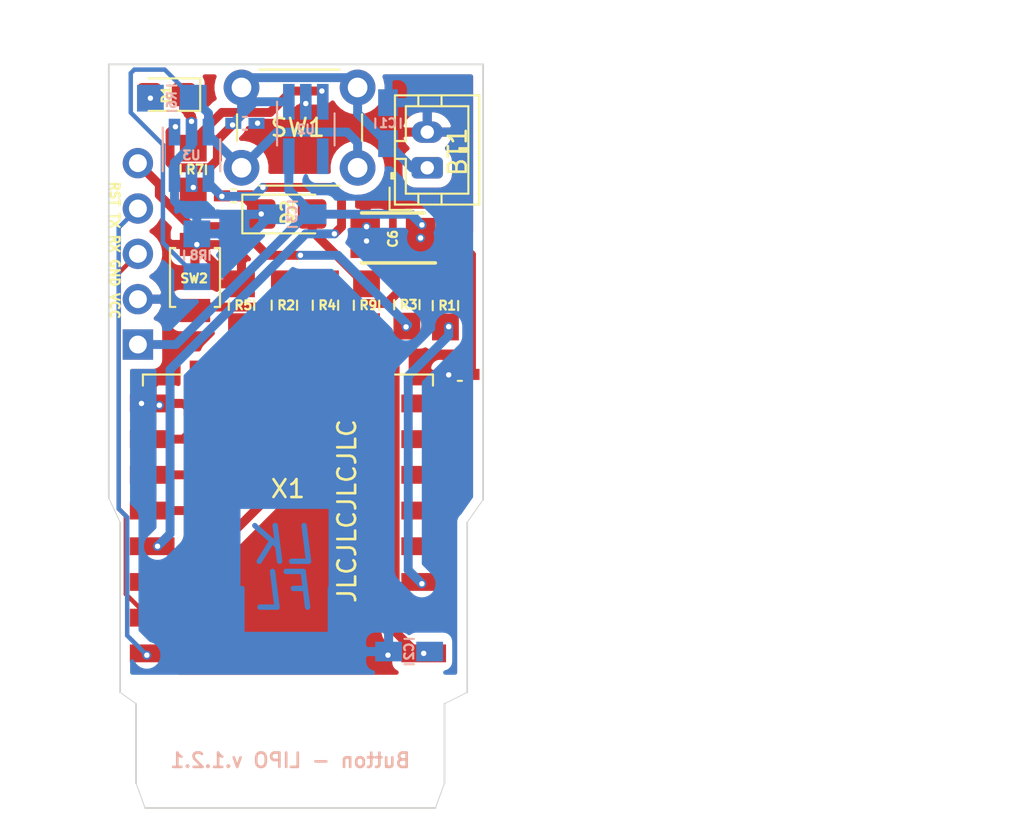
<source format=kicad_pcb>
(kicad_pcb (version 20171130) (host pcbnew "(5.1.9)-1")

  (general
    (thickness 1.6)
    (drawings 23)
    (tracks 176)
    (zones 0)
    (modules 25)
    (nets 18)
  )

  (page A4)
  (layers
    (0 F.Cu signal)
    (31 B.Cu signal)
    (32 B.Adhes user)
    (33 F.Adhes user)
    (34 B.Paste user)
    (35 F.Paste user)
    (36 B.SilkS user)
    (37 F.SilkS user)
    (38 B.Mask user)
    (39 F.Mask user)
    (40 Dwgs.User user)
    (41 Cmts.User user)
    (42 Eco1.User user)
    (43 Eco2.User user)
    (44 Edge.Cuts user)
    (45 Margin user)
    (46 B.CrtYd user hide)
    (47 F.CrtYd user hide)
    (48 B.Fab user hide)
    (49 F.Fab user)
  )

  (setup
    (last_trace_width 0.25)
    (user_trace_width 0.5)
    (trace_clearance 0.1)
    (zone_clearance 0.508)
    (zone_45_only no)
    (trace_min 0.2)
    (via_size 0.8)
    (via_drill 0.4)
    (via_min_size 0.4)
    (via_min_drill 0.3)
    (user_via 0.5 0.3)
    (uvia_size 0.3)
    (uvia_drill 0.1)
    (uvias_allowed no)
    (uvia_min_size 0.2)
    (uvia_min_drill 0.1)
    (edge_width 0.05)
    (segment_width 0.2)
    (pcb_text_width 0.3)
    (pcb_text_size 1.5 1.5)
    (mod_edge_width 0.12)
    (mod_text_size 1 1)
    (mod_text_width 0.15)
    (pad_size 1.524 1.524)
    (pad_drill 0.762)
    (pad_to_mask_clearance 0)
    (aux_axis_origin 0 0)
    (visible_elements 7FFFFFFF)
    (pcbplotparams
      (layerselection 0x010fc_ffffffff)
      (usegerberextensions false)
      (usegerberattributes false)
      (usegerberadvancedattributes true)
      (creategerberjobfile false)
      (excludeedgelayer true)
      (linewidth 0.150000)
      (plotframeref false)
      (viasonmask false)
      (mode 1)
      (useauxorigin true)
      (hpglpennumber 1)
      (hpglpenspeed 20)
      (hpglpendiameter 15.000000)
      (psnegative false)
      (psa4output false)
      (plotreference true)
      (plotvalue true)
      (plotinvisibletext false)
      (padsonsilk false)
      (subtractmaskfromsilk false)
      (outputformat 1)
      (mirror false)
      (drillshape 0)
      (scaleselection 1)
      (outputdirectory "Gerber/"))
  )

  (net 0 "")
  (net 1 /VCC)
  (net 2 /GND)
  (net 3 /RST)
  (net 4 /RX)
  (net 5 /TX)
  (net 6 /EN)
  (net 7 /GPIO2)
  (net 8 /GPIO0)
  (net 9 "Net-(BT1-Pad1)")
  (net 10 /GPIO15)
  (net 11 "Net-(R7-Pad2)")
  (net 12 /GPIO4)
  (net 13 "Net-(D2-Pad2)")
  (net 14 /GPIO5)
  (net 15 "Net-(D1-Pad2)")
  (net 16 "Net-(R6-Pad2)")
  (net 17 "Net-(R7-Pad1)")

  (net_class Default "This is the default net class."
    (clearance 0.1)
    (trace_width 0.25)
    (via_dia 0.8)
    (via_drill 0.4)
    (uvia_dia 0.3)
    (uvia_drill 0.1)
    (add_net /EN)
    (add_net /GND)
    (add_net /GPIO0)
    (add_net /GPIO15)
    (add_net /GPIO2)
    (add_net /GPIO4)
    (add_net /GPIO5)
    (add_net /RST)
    (add_net /RX)
    (add_net /TX)
    (add_net /VCC)
    (add_net "Net-(BT1-Pad1)")
    (add_net "Net-(D1-Pad2)")
    (add_net "Net-(D2-Pad2)")
    (add_net "Net-(R6-Pad2)")
    (add_net "Net-(R7-Pad1)")
    (add_net "Net-(R7-Pad2)")
  )

  (module handsolder:ESP-12Elesssilk (layer F.Cu) (tedit 60343770) (tstamp 603C79B5)
    (at 125.6 90.2 180)
    (descr "Wi-Fi Module, http://wiki.ai-thinker.com/_media/esp8266/docs/aithinker_esp_12f_datasheet_en.pdf")
    (tags "Wi-Fi Module")
    (path /603C27E0)
    (attr smd)
    (fp_text reference X1 (at 0 5.715 180) (layer F.SilkS)
      (effects (font (size 1 1) (thickness 0.15)))
    )
    (fp_text value ESP-12E (at -0.06 -12.78 180) (layer F.Fab)
      (effects (font (size 1 1) (thickness 0.15)))
    )
    (fp_line (start -8 -12) (end 8 -12) (layer F.Fab) (width 0.12))
    (fp_line (start 8 -12) (end 8 12) (layer F.Fab) (width 0.12))
    (fp_line (start 8 12) (end -8 12) (layer F.Fab) (width 0.12))
    (fp_line (start -8 12) (end -8 -3) (layer F.Fab) (width 0.12))
    (fp_line (start -8 -3) (end -7.5 -3.5) (layer F.Fab) (width 0.12))
    (fp_line (start -7.5 -3.5) (end -8 -4) (layer F.Fab) (width 0.12))
    (fp_line (start -8 -4) (end -8 -12) (layer F.Fab) (width 0.12))
    (fp_line (start -9.05 -12.2) (end 9.05 -12.2) (layer F.CrtYd) (width 0.05))
    (fp_line (start 9.05 -12.2) (end 9.05 13.1) (layer F.CrtYd) (width 0.05))
    (fp_line (start 9.05 13.1) (end -9.05 13.1) (layer F.CrtYd) (width 0.05))
    (fp_line (start -9.05 13.1) (end -9.05 -12.2) (layer F.CrtYd) (width 0.05))
    (fp_line (start 8.12 11.5) (end 8.12 12.12) (layer F.SilkS) (width 0.12))
    (fp_line (start 8.12 12.12) (end 6 12.12) (layer F.SilkS) (width 0.12))
    (fp_line (start -6 12.12) (end -8.12 12.12) (layer F.SilkS) (width 0.12))
    (fp_line (start -8.12 12.12) (end -8.12 11.5) (layer F.SilkS) (width 0.12))
    (fp_line (start -8.12 -12.12) (end 8.12 -12.12) (layer Dwgs.User) (width 0.12))
    (fp_line (start 8.12 -12.12) (end 8.12 -4.8) (layer Dwgs.User) (width 0.12))
    (fp_line (start 8.12 -4.8) (end -8.12 -4.8) (layer Dwgs.User) (width 0.12))
    (fp_line (start -8.12 -4.8) (end -8.12 -12.12) (layer Dwgs.User) (width 0.12))
    (fp_line (start -8.12 -9.12) (end -5.12 -12.12) (layer Dwgs.User) (width 0.12))
    (fp_line (start -8.12 -6.12) (end -2.12 -12.12) (layer Dwgs.User) (width 0.12))
    (fp_line (start -6.44 -4.8) (end 0.88 -12.12) (layer Dwgs.User) (width 0.12))
    (fp_line (start -3.44 -4.8) (end 3.88 -12.12) (layer Dwgs.User) (width 0.12))
    (fp_line (start -0.44 -4.8) (end 6.88 -12.12) (layer Dwgs.User) (width 0.12))
    (fp_line (start 2.56 -4.8) (end 8.12 -10.36) (layer Dwgs.User) (width 0.12))
    (fp_line (start 5.56 -4.8) (end 8.12 -7.36) (layer Dwgs.User) (width 0.12))
    (fp_text user %R (at 0.49 -0.8 180) (layer F.Fab)
      (effects (font (size 1 1) (thickness 0.15)))
    )
    (fp_text user "KEEP-OUT ZONE" (at 0.03 -9.55) (layer Cmts.User)
      (effects (font (size 1 1) (thickness 0.15)))
    )
    (fp_text user Antenna (at -0.06 -7) (layer Cmts.User)
      (effects (font (size 1 1) (thickness 0.15)))
    )
    (pad 22 smd rect (at 7.6 -3.5 180) (size 2.5 1) (layers F.Cu F.Paste F.Mask)
      (net 5 /TX))
    (pad 21 smd rect (at 7.6 -1.5 180) (size 2.5 1) (layers F.Cu F.Paste F.Mask)
      (net 4 /RX))
    (pad 20 smd rect (at 7.6 0.5 180) (size 2.5 1) (layers F.Cu F.Paste F.Mask)
      (net 14 /GPIO5))
    (pad 19 smd rect (at 7.6 2.5 180) (size 2.5 1) (layers F.Cu F.Paste F.Mask)
      (net 12 /GPIO4))
    (pad 18 smd rect (at 7.6 4.5 180) (size 2.5 1) (layers F.Cu F.Paste F.Mask)
      (net 8 /GPIO0))
    (pad 17 smd rect (at 7.6 6.5 180) (size 2.5 1) (layers F.Cu F.Paste F.Mask)
      (net 7 /GPIO2))
    (pad 16 smd rect (at 7.6 8.5 180) (size 2.5 1) (layers F.Cu F.Paste F.Mask)
      (net 10 /GPIO15))
    (pad 15 smd rect (at 7.6 10.5 180) (size 2.5 1) (layers F.Cu F.Paste F.Mask)
      (net 2 /GND))
    (pad 14 smd rect (at 5 12 180) (size 1 1.8) (layers F.Cu F.Paste F.Mask))
    (pad 13 smd rect (at 3 12 180) (size 1 1.8) (layers F.Cu F.Paste F.Mask))
    (pad 12 smd rect (at 1 12 180) (size 1 1.8) (layers F.Cu F.Paste F.Mask))
    (pad 11 smd rect (at -1 12 180) (size 1 1.8) (layers F.Cu F.Paste F.Mask))
    (pad 10 smd rect (at -3 12 180) (size 1 1.8) (layers F.Cu F.Paste F.Mask))
    (pad 9 smd rect (at -5 12 180) (size 1 1.8) (layers F.Cu F.Paste F.Mask))
    (pad 8 smd rect (at -7.6 10.5 180) (size 2.5 1) (layers F.Cu F.Paste F.Mask)
      (net 1 /VCC))
    (pad 7 smd rect (at -7.6 8.5 180) (size 2.5 1) (layers F.Cu F.Paste F.Mask))
    (pad 6 smd rect (at -7.6 6.5 180) (size 2.5 1) (layers F.Cu F.Paste F.Mask))
    (pad 5 smd rect (at -7.6 4.5 180) (size 2.5 1) (layers F.Cu F.Paste F.Mask))
    (pad 4 smd rect (at -7.6 2.5 180) (size 2.5 1) (layers F.Cu F.Paste F.Mask))
    (pad 3 smd rect (at -7.6 0.5 180) (size 2.5 1) (layers F.Cu F.Paste F.Mask)
      (net 6 /EN))
    (pad 2 smd rect (at -7.6 -1.5 180) (size 2.5 1) (layers F.Cu F.Paste F.Mask))
    (pad 1 smd rect (at -7.6 -3.5 180) (size 2.5 1) (layers F.Cu F.Paste F.Mask)
      (net 3 /RST))
    (model ${KISYS3DMOD}/RF_Module.3dshapes/ESP-12E.wrl
      (at (xyz 0 0 0))
      (scale (xyz 1 1 1))
      (rotate (xyz 0 0 0))
    )
  )

  (module handsolder:LED_1206_3216Metric_Castellated (layer F.Cu) (tedit 603A8330) (tstamp 6032680B)
    (at 125.5295 69.088)
    (descr "LED SMD 1206 (3216 Metric), castellated end terminal, IPC_7351 nominal, (Body size source: http://www.tortai-tech.com/upload/download/2011102023233369053.pdf), generated with kicad-footprint-generator")
    (tags "LED castellated")
    (path /6032747F)
    (attr smd)
    (fp_text reference D2 (at 0.05 -0.1 90) (layer F.SilkS)
      (effects (font (size 0.7 0.7) (thickness 0.15)))
    )
    (fp_text value LED (at 0 1.78) (layer F.Fab)
      (effects (font (size 1 1) (thickness 0.15)))
    )
    (fp_line (start 1.6 -0.8) (end -1.2 -0.8) (layer F.Fab) (width 0.1))
    (fp_line (start -1.2 -0.8) (end -1.6 -0.4) (layer F.Fab) (width 0.1))
    (fp_line (start -1.6 -0.4) (end -1.6 0.8) (layer F.Fab) (width 0.1))
    (fp_line (start -1.6 0.8) (end 1.6 0.8) (layer F.Fab) (width 0.1))
    (fp_line (start 1.6 0.8) (end 1.6 -0.8) (layer F.Fab) (width 0.1))
    (fp_line (start 1.6 -1.085) (end -2.485 -1.085) (layer F.SilkS) (width 0.12))
    (fp_line (start -2.485 -1.085) (end -2.485 1.085) (layer F.SilkS) (width 0.12))
    (fp_line (start -2.485 1.085) (end 1.6 1.085) (layer F.SilkS) (width 0.12))
    (fp_line (start -2.48 1.08) (end -2.48 -1.08) (layer F.CrtYd) (width 0.05))
    (fp_line (start -2.48 -1.08) (end 2.48 -1.08) (layer F.CrtYd) (width 0.05))
    (fp_line (start 2.48 -1.08) (end 2.48 1.08) (layer F.CrtYd) (width 0.05))
    (fp_line (start 2.48 1.08) (end -2.48 1.08) (layer F.CrtYd) (width 0.05))
    (fp_text user %R (at 0 0) (layer F.Fab)
      (effects (font (size 0.8 0.8) (thickness 0.12)))
    )
    (pad 2 smd roundrect (at 1.425 0) (size 1.6 1.65) (layers F.Cu F.Paste F.Mask) (roundrect_rratio 0.15625)
      (net 13 "Net-(D2-Pad2)"))
    (pad 1 smd roundrect (at -1.425 0) (size 1.6 1.65) (layers F.Cu F.Paste F.Mask) (roundrect_rratio 0.15625)
      (net 2 /GND))
    (model ${KISYS3DMOD}/LED_SMD.3dshapes/LED_1206_3216Metric_Castellated.wrl
      (at (xyz 0 0 0))
      (scale (xyz 1 1 1))
      (rotate (xyz 0 0 0))
    )
  )

  (module handsolder:LED_0805_2012Metric_Castellated_mod (layer F.Cu) (tedit 60359125) (tstamp 603267F8)
    (at 118.8 62.4 180)
    (descr "LED SMD 0805 (2012 Metric), castellated end terminal, IPC_7351 nominal, (Body size source: https://docs.google.com/spreadsheets/d/1BsfQQcO9C6DZCsRaXUlFlo91Tg2WpOkGARC1WS5S8t0/edit?usp=sharing), generated with kicad-footprint-generator")
    (tags "LED castellated")
    (path /602D28D1)
    (attr smd)
    (fp_text reference D1 (at 0 0 90) (layer F.SilkS)
      (effects (font (size 0.5 0.5) (thickness 0.125)))
    )
    (fp_text value LED (at 0 1.6 180) (layer F.Fab)
      (effects (font (size 1 1) (thickness 0.15)))
    )
    (fp_line (start 1 -0.6) (end -0.7 -0.6) (layer F.Fab) (width 0.1))
    (fp_line (start -0.7 -0.6) (end -1 -0.3) (layer F.Fab) (width 0.1))
    (fp_line (start -1 -0.3) (end -1 0.6) (layer F.Fab) (width 0.1))
    (fp_line (start -1 0.6) (end 1 0.6) (layer F.Fab) (width 0.1))
    (fp_line (start 1 0.6) (end 1 -0.6) (layer F.Fab) (width 0.1))
    (fp_line (start 1 -0.91) (end -1.885 -0.91) (layer F.SilkS) (width 0.12))
    (fp_line (start -1.885 -0.91) (end -1.885 0.91) (layer F.SilkS) (width 0.12))
    (fp_line (start -1.885 0.91) (end 1 0.91) (layer F.SilkS) (width 0.12))
    (fp_line (start -1.88 0.9) (end -1.88 -0.9) (layer F.CrtYd) (width 0.05))
    (fp_line (start -1.88 -0.9) (end 1.88 -0.9) (layer F.CrtYd) (width 0.05))
    (fp_line (start 1.88 -0.9) (end 1.88 0.9) (layer F.CrtYd) (width 0.05))
    (fp_line (start 1.88 0.9) (end -1.88 0.9) (layer F.CrtYd) (width 0.05))
    (fp_text user %R (at 0 0 180) (layer F.Fab)
      (effects (font (size 0.5 0.5) (thickness 0.08)))
    )
    (pad 2 smd roundrect (at 0.9625 0 180) (size 1.325 1.3) (layers F.Cu F.Paste F.Mask) (roundrect_rratio 0.1923069230769231)
      (net 15 "Net-(D1-Pad2)"))
    (pad 1 smd roundrect (at -0.9625 0 180) (size 1.325 1.3) (layers F.Cu F.Paste F.Mask) (roundrect_rratio 0.1923069230769231)
      (net 2 /GND))
    (model ${KISYS3DMOD}/LED_SMD.3dshapes/LED_0805_2012Metric_Castellated.wrl
      (at (xyz 0 0 0))
      (scale (xyz 1 1 1))
      (rotate (xyz 0 0 0))
    )
  )

  (module SamacSys_Parts:CAPPM3528X210N (layer F.Cu) (tedit 60364A5B) (tstamp 60368D20)
    (at 131.47548 70.42912 180)
    (descr T495B-10)
    (tags "Capacitor Polarised")
    (path /603708C9)
    (attr smd)
    (fp_text reference C6 (at 0 -0.05 270) (layer F.SilkS)
      (effects (font (size 0.5 0.5) (thickness 0.125)))
    )
    (fp_text value TAJB476M010TNJ (at 0 0 180) (layer F.SilkS) hide
      (effects (font (size 1.27 1.27) (thickness 0.254)))
    )
    (fp_line (start -2.625 -1.75) (end 2.625 -1.75) (layer F.CrtYd) (width 0.05))
    (fp_line (start 2.625 -1.75) (end 2.625 1.75) (layer F.CrtYd) (width 0.05))
    (fp_line (start 2.625 1.75) (end -2.625 1.75) (layer F.CrtYd) (width 0.05))
    (fp_line (start -2.625 1.75) (end -2.625 -1.75) (layer F.CrtYd) (width 0.05))
    (fp_line (start -1.75 -1.4) (end 1.75 -1.4) (layer F.Fab) (width 0.1))
    (fp_line (start 1.75 -1.4) (end 1.75 1.4) (layer F.Fab) (width 0.1))
    (fp_line (start 1.75 1.4) (end -1.75 1.4) (layer F.Fab) (width 0.1))
    (fp_line (start -1.75 1.4) (end -1.75 -1.4) (layer F.Fab) (width 0.1))
    (fp_line (start -1.75 -0.575) (end -0.925 -1.4) (layer F.Fab) (width 0.1))
    (fp_line (start 1.75 -1.4) (end -2.375 -1.4) (layer F.SilkS) (width 0.2))
    (fp_line (start -1.75 1.4) (end 1.75 1.4) (layer F.SilkS) (width 0.2))
    (fp_text user %R (at 0 0 180) (layer F.Fab)
      (effects (font (size 1.27 1.27) (thickness 0.254)))
    )
    (pad 2 smd rect (at 1.55 0 180) (size 1.65 2.25) (layers F.Cu F.Paste F.Mask)
      (net 2 /GND))
    (pad 1 smd rect (at -1.55 0 180) (size 1.65 2.25) (layers F.Cu F.Paste F.Mask)
      (net 1 /VCC))
    (model "C:\\Program Files\\KiCad\\SamacSys_Parts.3dshapes\\T495B476K006ATE450.stp"
      (at (xyz 0 0 0))
      (scale (xyz 1 1 1))
      (rotate (xyz 0 0 0))
    )
  )

  (module handsolder:C_0402_1005Metric_Pad0.74x0.62mm_HandSoldermod (layer F.Cu) (tedit 6036714F) (tstamp 6036D134)
    (at 135.22452 78.07452 180)
    (descr "Capacitor SMD 0402 (1005 Metric), square (rectangular) end terminal, IPC_7351 nominal with elongated pad for handsoldering. (Body size source: IPC-SM-782 page 76, https://www.pcb-3d.com/wordpress/wp-content/uploads/ipc-sm-782a_amendment_1_and_2.pdf), generated with kicad-footprint-generator")
    (tags "capacitor handsolder")
    (path /60367C97)
    (attr smd)
    (fp_text reference C7 (at 0 0) (layer F.SilkS) hide
      (effects (font (size 0.5 0.5) (thickness 0.125)))
    )
    (fp_text value 100nF (at 0 1.16) (layer F.Fab)
      (effects (font (size 1 1) (thickness 0.15)))
    )
    (fp_line (start -0.5 0.25) (end -0.5 -0.25) (layer F.Fab) (width 0.1))
    (fp_line (start -0.5 -0.25) (end 0.5 -0.25) (layer F.Fab) (width 0.1))
    (fp_line (start 0.5 -0.25) (end 0.5 0.25) (layer F.Fab) (width 0.1))
    (fp_line (start 0.5 0.25) (end -0.5 0.25) (layer F.Fab) (width 0.1))
    (fp_line (start -0.115835 -0.36) (end 0.115835 -0.36) (layer F.SilkS) (width 0.12))
    (fp_line (start -1.08 0.46) (end -1.08 -0.46) (layer F.CrtYd) (width 0.05))
    (fp_line (start -1.08 -0.46) (end 1.08 -0.46) (layer F.CrtYd) (width 0.05))
    (fp_line (start 1.08 -0.46) (end 1.08 0.46) (layer F.CrtYd) (width 0.05))
    (fp_line (start 1.08 0.46) (end -1.08 0.46) (layer F.CrtYd) (width 0.05))
    (fp_text user %R (at 0 0) (layer F.Fab)
      (effects (font (size 0.25 0.25) (thickness 0.04)))
    )
    (pad 2 smd rect (at 0.65 0 180) (size 0.9 0.62) (layers F.Cu F.Paste F.Mask)
      (net 2 /GND))
    (pad 1 smd rect (at -0.65 0 180) (size 0.9 0.62) (layers F.Cu F.Paste F.Mask)
      (net 1 /VCC))
    (model ${KISYS3DMOD}/Capacitor_SMD.3dshapes/C_0402_1005Metric.wrl
      (at (xyz 0 0 0))
      (scale (xyz 1 1 1))
      (rotate (xyz 0 0 0))
    )
  )

  (module handsolder:SOT-23-5_HandSolderingmod (layer B.Cu) (tedit 6035922E) (tstamp 60326955)
    (at 126.6 64.35 270)
    (descr "5-pin SOT23 package")
    (tags "SOT-23-5 hand-soldering")
    (path /602F5FBE)
    (attr smd)
    (fp_text reference U2 (at 0 0 180) (layer B.SilkS)
      (effects (font (size 0.5 0.5) (thickness 0.125)) (justify mirror))
    )
    (fp_text value AP2112K-3.3 (at 10.287 -1.143 90) (layer B.SilkS) hide
      (effects (font (size 1 1) (thickness 0.15)) (justify mirror))
    )
    (fp_line (start -0.9 -1.61) (end 0.9 -1.61) (layer B.SilkS) (width 0.12))
    (fp_line (start 0.9 1.61) (end -1.55 1.61) (layer B.SilkS) (width 0.12))
    (fp_line (start -0.9 0.9) (end -0.25 1.55) (layer B.Fab) (width 0.1))
    (fp_line (start 0.9 1.55) (end -0.25 1.55) (layer B.Fab) (width 0.1))
    (fp_line (start -0.9 0.9) (end -0.9 -1.55) (layer B.Fab) (width 0.1))
    (fp_line (start 0.9 -1.55) (end -0.9 -1.55) (layer B.Fab) (width 0.1))
    (fp_line (start 0.9 1.55) (end 0.9 -1.55) (layer B.Fab) (width 0.1))
    (fp_line (start -2.38 1.8) (end 2.38 1.8) (layer B.CrtYd) (width 0.05))
    (fp_line (start -2.38 1.8) (end -2.38 -1.8) (layer B.CrtYd) (width 0.05))
    (fp_line (start 2.38 -1.8) (end 2.38 1.8) (layer B.CrtYd) (width 0.05))
    (fp_line (start 2.38 -1.8) (end -2.38 -1.8) (layer B.CrtYd) (width 0.05))
    (fp_text user %R (at 0 0) (layer B.Fab)
      (effects (font (size 0.5 0.5) (thickness 0.075)) (justify mirror))
    )
    (pad 5 smd rect (at 1.5 0.95 270) (size 2 0.65) (layers B.Cu B.Paste B.Mask)
      (net 1 /VCC))
    (pad 4 smd rect (at 1.5 -0.95 270) (size 2 0.65) (layers B.Cu B.Paste B.Mask))
    (pad 3 smd rect (at -1.55 -0.95 270) (size 2 0.65) (layers B.Cu B.Paste B.Mask)
      (net 17 "Net-(R7-Pad1)"))
    (pad 2 smd trapezoid (at -1.55 0 270) (size 2 0.65) (layers B.Cu B.Paste B.Mask)
      (net 2 /GND))
    (pad 1 smd rect (at -1.55 0.95 270) (size 2 0.65) (layers B.Cu B.Paste B.Mask)
      (net 9 "Net-(BT1-Pad1)"))
    (model ${KISYS3DMOD}/Package_TO_SOT_SMD.3dshapes/SOT-23-5.wrl
      (at (xyz 0 0 0))
      (scale (xyz 1 1 1))
      (rotate (xyz 0 0 0))
    )
  )

  (module handsolder:SOT-23-6handsoldering (layer B.Cu) (tedit 603591F5) (tstamp 6032696B)
    (at 120.2 65.8 270)
    (descr "6-pin SOT-23 package")
    (tags SOT-23-6)
    (path /6031B6A7)
    (attr smd)
    (fp_text reference U3 (at 0 0 180) (layer B.SilkS)
      (effects (font (size 0.5 0.5) (thickness 0.125)) (justify mirror))
    )
    (fp_text value TPL5111 (at 0 -2.9 270) (layer B.Fab)
      (effects (font (size 1 1) (thickness 0.15)) (justify mirror))
    )
    (fp_line (start -0.9 -1.61) (end 0.9 -1.61) (layer B.SilkS) (width 0.12))
    (fp_line (start 0.9 1.61) (end -1.55 1.61) (layer B.SilkS) (width 0.12))
    (fp_line (start 1.9 1.8) (end -1.9 1.8) (layer B.CrtYd) (width 0.05))
    (fp_line (start 1.9 -1.8) (end 1.9 1.8) (layer B.CrtYd) (width 0.05))
    (fp_line (start -1.9 -1.8) (end 1.9 -1.8) (layer B.CrtYd) (width 0.05))
    (fp_line (start -1.9 1.8) (end -1.9 -1.8) (layer B.CrtYd) (width 0.05))
    (fp_line (start -0.9 0.9) (end -0.25 1.55) (layer B.Fab) (width 0.1))
    (fp_line (start 0.9 1.55) (end -0.25 1.55) (layer B.Fab) (width 0.1))
    (fp_line (start -0.9 0.9) (end -0.9 -1.55) (layer B.Fab) (width 0.1))
    (fp_line (start 0.9 -1.55) (end -0.9 -1.55) (layer B.Fab) (width 0.1))
    (fp_line (start 0.9 1.55) (end 0.9 -1.55) (layer B.Fab) (width 0.1))
    (fp_text user %R (at 0 0) (layer B.Fab)
      (effects (font (size 0.5 0.5) (thickness 0.075)) (justify mirror))
    )
    (pad 5 smd rect (at 1.3 0 270) (size 1.5 0.65) (layers B.Cu B.Paste B.Mask)
      (net 11 "Net-(R7-Pad2)"))
    (pad 6 smd rect (at 1.3 0.95 270) (size 1.5 0.65) (layers B.Cu B.Paste B.Mask)
      (net 2 /GND))
    (pad 4 smd rect (at 1.3 -0.95 270) (size 1.5 0.65) (layers B.Cu B.Paste B.Mask)
      (net 12 /GPIO4))
    (pad 3 smd rect (at -1.3 -0.95 270) (size 1.5 0.65) (layers B.Cu B.Paste B.Mask)
      (net 16 "Net-(R6-Pad2)"))
    (pad 2 smd rect (at -1.3 0 270) (size 1.5 0.65) (layers B.Cu B.Paste B.Mask)
      (net 2 /GND))
    (pad 1 smd rect (at -1.3 0.95 270) (size 1.5 0.65) (layers B.Cu B.Paste B.Mask)
      (net 9 "Net-(BT1-Pad1)"))
    (model ${KISYS3DMOD}/Package_TO_SOT_SMD.3dshapes/SOT-23-6.wrl
      (at (xyz 0 0 0))
      (scale (xyz 1 1 1))
      (rotate (xyz 0 0 0))
    )
  )

  (module handsolder:C_0805_2012handsodermod (layer B.Cu) (tedit 603591CC) (tstamp 603267C3)
    (at 131.2 64 270)
    (descr "Capacitor SMD 0805 (2012 Metric), square (rectangular) end terminal, IPC_7351 nominal with elongated pad for handsoldering. (Body size source: https://docs.google.com/spreadsheets/d/1BsfQQcO9C6DZCsRaXUlFlo91Tg2WpOkGARC1WS5S8t0/edit?usp=sharing), generated with kicad-footprint-generator")
    (tags "capacitor handsolder")
    (path /602D0C1F)
    (attr smd)
    (fp_text reference C1 (at 0 0 180) (layer B.SilkS)
      (effects (font (size 0.5 0.5) (thickness 0.125)) (justify mirror))
    )
    (fp_text value 10uF (at 0 -1.65 90) (layer B.Fab) hide
      (effects (font (size 1 1) (thickness 0.15)) (justify mirror))
    )
    (fp_line (start -1 -0.6) (end -1 0.6) (layer B.Fab) (width 0.1))
    (fp_line (start -1 0.6) (end 1 0.6) (layer B.Fab) (width 0.1))
    (fp_line (start 1 0.6) (end 1 -0.6) (layer B.Fab) (width 0.1))
    (fp_line (start 1 -0.6) (end -1 -0.6) (layer B.Fab) (width 0.1))
    (fp_line (start -0.261252 0.71) (end 0.261252 0.71) (layer B.SilkS) (width 0.12))
    (fp_line (start -0.261252 -0.71) (end 0.261252 -0.71) (layer B.SilkS) (width 0.12))
    (fp_line (start -2 -0.95) (end -2 0.95) (layer B.CrtYd) (width 0.05))
    (fp_line (start -2 0.95) (end 2.05 0.95) (layer B.CrtYd) (width 0.05))
    (fp_line (start 2.05 0.95) (end 2.05 -0.95) (layer B.CrtYd) (width 0.05))
    (fp_line (start 2.05 -0.95) (end -2 -0.95) (layer B.CrtYd) (width 0.05))
    (fp_text user %R (at 0 0 90) (layer B.Fab)
      (effects (font (size 0.5 0.5) (thickness 0.08)) (justify mirror))
    )
    (pad 2 smd rect (at 1.15 0 270) (size 1.5 1.1) (layers B.Cu B.Paste B.Mask)
      (net 9 "Net-(BT1-Pad1)"))
    (pad 1 smd rect (at -1.15 0 270) (size 1.5 1.1) (layers B.Cu B.Paste B.Mask)
      (net 2 /GND))
    (model ${KISYS3DMOD}/Capacitor_SMD.3dshapes/C_0805_2012Metric.wrl
      (at (xyz 0 0 0))
      (scale (xyz 1 1 1))
      (rotate (xyz 0 0 0))
    )
  )

  (module handsolder:C_0805_2012handsodermod (layer B.Cu) (tedit 603591CC) (tstamp 603267E5)
    (at 125.85 69.1)
    (descr "Capacitor SMD 0805 (2012 Metric), square (rectangular) end terminal, IPC_7351 nominal with elongated pad for handsoldering. (Body size source: https://docs.google.com/spreadsheets/d/1BsfQQcO9C6DZCsRaXUlFlo91Tg2WpOkGARC1WS5S8t0/edit?usp=sharing), generated with kicad-footprint-generator")
    (tags "capacitor handsolder")
    (path /602E3D4A)
    (attr smd)
    (fp_text reference C3 (at 0 0 -90) (layer B.SilkS)
      (effects (font (size 0.5 0.5) (thickness 0.125)) (justify mirror))
    )
    (fp_text value 10uF (at 0 -1.65) (layer B.Fab) hide
      (effects (font (size 1 1) (thickness 0.15)) (justify mirror))
    )
    (fp_line (start -1 -0.6) (end -1 0.6) (layer B.Fab) (width 0.1))
    (fp_line (start -1 0.6) (end 1 0.6) (layer B.Fab) (width 0.1))
    (fp_line (start 1 0.6) (end 1 -0.6) (layer B.Fab) (width 0.1))
    (fp_line (start 1 -0.6) (end -1 -0.6) (layer B.Fab) (width 0.1))
    (fp_line (start -0.261252 0.71) (end 0.261252 0.71) (layer B.SilkS) (width 0.12))
    (fp_line (start -0.261252 -0.71) (end 0.261252 -0.71) (layer B.SilkS) (width 0.12))
    (fp_line (start -2 -0.95) (end -2 0.95) (layer B.CrtYd) (width 0.05))
    (fp_line (start -2 0.95) (end 2.05 0.95) (layer B.CrtYd) (width 0.05))
    (fp_line (start 2.05 0.95) (end 2.05 -0.95) (layer B.CrtYd) (width 0.05))
    (fp_line (start 2.05 -0.95) (end -2 -0.95) (layer B.CrtYd) (width 0.05))
    (fp_text user %R (at 0 0) (layer B.Fab)
      (effects (font (size 0.5 0.5) (thickness 0.08)) (justify mirror))
    )
    (pad 2 smd rect (at 1.15 0) (size 1.5 1.1) (layers B.Cu B.Paste B.Mask)
      (net 1 /VCC))
    (pad 1 smd rect (at -1.15 0) (size 1.5 1.1) (layers B.Cu B.Paste B.Mask)
      (net 2 /GND))
    (model ${KISYS3DMOD}/Capacitor_SMD.3dshapes/C_0805_2012Metric.wrl
      (at (xyz 0 0 0))
      (scale (xyz 1 1 1))
      (rotate (xyz 0 0 0))
    )
  )

  (module handsolder:C_0805_2012handsodermod (layer B.Cu) (tedit 603591CC) (tstamp 603267D4)
    (at 132.3848 93.599)
    (descr "Capacitor SMD 0805 (2012 Metric), square (rectangular) end terminal, IPC_7351 nominal with elongated pad for handsoldering. (Body size source: https://docs.google.com/spreadsheets/d/1BsfQQcO9C6DZCsRaXUlFlo91Tg2WpOkGARC1WS5S8t0/edit?usp=sharing), generated with kicad-footprint-generator")
    (tags "capacitor handsolder")
    (path /602C896A)
    (attr smd)
    (fp_text reference C2 (at 0 0 -90) (layer B.SilkS)
      (effects (font (size 0.5 0.5) (thickness 0.125)) (justify mirror))
    )
    (fp_text value 100nF (at 0 -1.65) (layer B.Fab) hide
      (effects (font (size 1 1) (thickness 0.15)) (justify mirror))
    )
    (fp_line (start -1 -0.6) (end -1 0.6) (layer B.Fab) (width 0.1))
    (fp_line (start -1 0.6) (end 1 0.6) (layer B.Fab) (width 0.1))
    (fp_line (start 1 0.6) (end 1 -0.6) (layer B.Fab) (width 0.1))
    (fp_line (start 1 -0.6) (end -1 -0.6) (layer B.Fab) (width 0.1))
    (fp_line (start -0.261252 0.71) (end 0.261252 0.71) (layer B.SilkS) (width 0.12))
    (fp_line (start -0.261252 -0.71) (end 0.261252 -0.71) (layer B.SilkS) (width 0.12))
    (fp_line (start -2 -0.95) (end -2 0.95) (layer B.CrtYd) (width 0.05))
    (fp_line (start -2 0.95) (end 2.05 0.95) (layer B.CrtYd) (width 0.05))
    (fp_line (start 2.05 0.95) (end 2.05 -0.95) (layer B.CrtYd) (width 0.05))
    (fp_line (start 2.05 -0.95) (end -2 -0.95) (layer B.CrtYd) (width 0.05))
    (fp_text user %R (at 0 0) (layer B.Fab)
      (effects (font (size 0.5 0.5) (thickness 0.08)) (justify mirror))
    )
    (pad 2 smd rect (at 1.15 0) (size 1.5 1.1) (layers B.Cu B.Paste B.Mask)
      (net 3 /RST))
    (pad 1 smd rect (at -1.15 0) (size 1.5 1.1) (layers B.Cu B.Paste B.Mask)
      (net 2 /GND))
    (model ${KISYS3DMOD}/Capacitor_SMD.3dshapes/C_0805_2012Metric.wrl
      (at (xyz 0 0 0))
      (scale (xyz 1 1 1))
      (rotate (xyz 0 0 0))
    )
  )

  (module handsolder:R_0805_2012handsoldermod (layer B.Cu) (tedit 60358F22) (tstamp 603268E1)
    (at 120.5 71.4 90)
    (descr "Resistor SMD 0805 (2012 Metric), square (rectangular) end terminal, IPC_7351 nominal with elongated pad for handsoldering. (Body size source: https://docs.google.com/spreadsheets/d/1BsfQQcO9C6DZCsRaXUlFlo91Tg2WpOkGARC1WS5S8t0/edit?usp=sharing), generated with kicad-footprint-generator")
    (tags "resistor handsolder")
    (path /6031EA78)
    (attr smd)
    (fp_text reference R8 (at 0 0.1 180) (layer B.SilkS)
      (effects (font (size 0.5 0.5) (thickness 0.125)) (justify mirror))
    )
    (fp_text value 10k (at 0 -1.65 90) (layer B.Fab) hide
      (effects (font (size 1 1) (thickness 0.15)) (justify mirror))
    )
    (fp_line (start -1 -0.6) (end -1 0.6) (layer B.Fab) (width 0.1))
    (fp_line (start -1 0.6) (end 1 0.6) (layer B.Fab) (width 0.1))
    (fp_line (start 1 0.6) (end 1 -0.6) (layer B.Fab) (width 0.1))
    (fp_line (start 1 -0.6) (end -1 -0.6) (layer B.Fab) (width 0.1))
    (fp_line (start -0.261252 0.71) (end 0.261252 0.71) (layer B.SilkS) (width 0.12))
    (fp_line (start -0.261252 -0.71) (end 0.261252 -0.71) (layer B.SilkS) (width 0.12))
    (fp_line (start -2.05 -0.95) (end -2.05 0.95) (layer B.CrtYd) (width 0.05))
    (fp_line (start -2.05 0.95) (end 2.05 0.95) (layer B.CrtYd) (width 0.05))
    (fp_line (start 2.05 0.95) (end 2.05 -0.95) (layer B.CrtYd) (width 0.05))
    (fp_line (start 2.05 -0.95) (end -2.05 -0.95) (layer B.CrtYd) (width 0.05))
    (fp_text user %R (at 0 0 90) (layer B.Fab)
      (effects (font (size 0.5 0.5) (thickness 0.08)) (justify mirror))
    )
    (pad 2 smd rect (at 1.2 0 90) (size 1.5 1.5) (layers B.Cu B.Paste B.Mask)
      (net 2 /GND))
    (pad 1 smd rect (at -1.2 0 90) (size 1.5 1.5) (layers B.Cu B.Paste B.Mask)
      (net 16 "Net-(R6-Pad2)"))
    (model ${KISYS3DMOD}/Resistor_SMD.3dshapes/R_0805_2012Metric.wrl
      (at (xyz 0 0 0))
      (scale (xyz 1 1 1))
      (rotate (xyz 0 0 0))
    )
  )

  (module handsolder:R_0805_2012handsoldermod (layer F.Cu) (tedit 60358F22) (tstamp 603268F2)
    (at 130 74.2 270)
    (descr "Resistor SMD 0805 (2012 Metric), square (rectangular) end terminal, IPC_7351 nominal with elongated pad for handsoldering. (Body size source: https://docs.google.com/spreadsheets/d/1BsfQQcO9C6DZCsRaXUlFlo91Tg2WpOkGARC1WS5S8t0/edit?usp=sharing), generated with kicad-footprint-generator")
    (tags "resistor handsolder")
    (path /60325E7B)
    (attr smd)
    (fp_text reference R9 (at 0 -0.1) (layer F.SilkS)
      (effects (font (size 0.5 0.5) (thickness 0.125)))
    )
    (fp_text value 1k (at 0 1.65 90) (layer F.Fab) hide
      (effects (font (size 1 1) (thickness 0.15)))
    )
    (fp_line (start -1 0.6) (end -1 -0.6) (layer F.Fab) (width 0.1))
    (fp_line (start -1 -0.6) (end 1 -0.6) (layer F.Fab) (width 0.1))
    (fp_line (start 1 -0.6) (end 1 0.6) (layer F.Fab) (width 0.1))
    (fp_line (start 1 0.6) (end -1 0.6) (layer F.Fab) (width 0.1))
    (fp_line (start -0.261252 -0.71) (end 0.261252 -0.71) (layer F.SilkS) (width 0.12))
    (fp_line (start -0.261252 0.71) (end 0.261252 0.71) (layer F.SilkS) (width 0.12))
    (fp_line (start -2.05 0.95) (end -2.05 -0.95) (layer F.CrtYd) (width 0.05))
    (fp_line (start -2.05 -0.95) (end 2.05 -0.95) (layer F.CrtYd) (width 0.05))
    (fp_line (start 2.05 -0.95) (end 2.05 0.95) (layer F.CrtYd) (width 0.05))
    (fp_line (start 2.05 0.95) (end -2.05 0.95) (layer F.CrtYd) (width 0.05))
    (fp_text user %R (at 0 0 90) (layer F.Fab)
      (effects (font (size 0.5 0.5) (thickness 0.08)))
    )
    (pad 2 smd rect (at 1.2 0 270) (size 1.5 1.5) (layers F.Cu F.Paste F.Mask)
      (net 14 /GPIO5))
    (pad 1 smd rect (at -1.2 0 270) (size 1.5 1.5) (layers F.Cu F.Paste F.Mask)
      (net 13 "Net-(D2-Pad2)"))
    (model ${KISYS3DMOD}/Resistor_SMD.3dshapes/R_0805_2012Metric.wrl
      (at (xyz 0 0 0))
      (scale (xyz 1 1 1))
      (rotate (xyz 0 0 0))
    )
  )

  (module handsolder:R_0805_2012handsoldermod (layer F.Cu) (tedit 60358F22) (tstamp 603268D0)
    (at 120.3 66.6 270)
    (descr "Resistor SMD 0805 (2012 Metric), square (rectangular) end terminal, IPC_7351 nominal with elongated pad for handsoldering. (Body size source: https://docs.google.com/spreadsheets/d/1BsfQQcO9C6DZCsRaXUlFlo91Tg2WpOkGARC1WS5S8t0/edit?usp=sharing), generated with kicad-footprint-generator")
    (tags "resistor handsolder")
    (path /602F7A06)
    (attr smd)
    (fp_text reference R7 (at 0 -0.1) (layer F.SilkS)
      (effects (font (size 0.5 0.5) (thickness 0.125)))
    )
    (fp_text value 10k (at 0 1.65 90) (layer F.Fab) hide
      (effects (font (size 1 1) (thickness 0.15)))
    )
    (fp_line (start -1 0.6) (end -1 -0.6) (layer F.Fab) (width 0.1))
    (fp_line (start -1 -0.6) (end 1 -0.6) (layer F.Fab) (width 0.1))
    (fp_line (start 1 -0.6) (end 1 0.6) (layer F.Fab) (width 0.1))
    (fp_line (start 1 0.6) (end -1 0.6) (layer F.Fab) (width 0.1))
    (fp_line (start -0.261252 -0.71) (end 0.261252 -0.71) (layer F.SilkS) (width 0.12))
    (fp_line (start -0.261252 0.71) (end 0.261252 0.71) (layer F.SilkS) (width 0.12))
    (fp_line (start -2.05 0.95) (end -2.05 -0.95) (layer F.CrtYd) (width 0.05))
    (fp_line (start -2.05 -0.95) (end 2.05 -0.95) (layer F.CrtYd) (width 0.05))
    (fp_line (start 2.05 -0.95) (end 2.05 0.95) (layer F.CrtYd) (width 0.05))
    (fp_line (start 2.05 0.95) (end -2.05 0.95) (layer F.CrtYd) (width 0.05))
    (fp_text user %R (at 0 0 90) (layer F.Fab)
      (effects (font (size 0.5 0.5) (thickness 0.08)))
    )
    (pad 2 smd rect (at 1.2 0 270) (size 1.5 1.5) (layers F.Cu F.Paste F.Mask)
      (net 11 "Net-(R7-Pad2)"))
    (pad 1 smd rect (at -1.2 0 270) (size 1.5 1.5) (layers F.Cu F.Paste F.Mask)
      (net 17 "Net-(R7-Pad1)"))
    (model ${KISYS3DMOD}/Resistor_SMD.3dshapes/R_0805_2012Metric.wrl
      (at (xyz 0 0 0))
      (scale (xyz 1 1 1))
      (rotate (xyz 0 0 0))
    )
  )

  (module handsolder:R_0805_2012handsoldermod (layer B.Cu) (tedit 60358F22) (tstamp 603268BF)
    (at 119.1 62.6)
    (descr "Resistor SMD 0805 (2012 Metric), square (rectangular) end terminal, IPC_7351 nominal with elongated pad for handsoldering. (Body size source: https://docs.google.com/spreadsheets/d/1BsfQQcO9C6DZCsRaXUlFlo91Tg2WpOkGARC1WS5S8t0/edit?usp=sharing), generated with kicad-footprint-generator")
    (tags "resistor handsolder")
    (path /602D454A)
    (attr smd)
    (fp_text reference R6 (at 0 0.1 -90) (layer B.SilkS)
      (effects (font (size 0.5 0.5) (thickness 0.125)) (justify mirror))
    )
    (fp_text value 1k (at 0 -1.65) (layer B.Fab) hide
      (effects (font (size 1 1) (thickness 0.15)) (justify mirror))
    )
    (fp_line (start -1 -0.6) (end -1 0.6) (layer B.Fab) (width 0.1))
    (fp_line (start -1 0.6) (end 1 0.6) (layer B.Fab) (width 0.1))
    (fp_line (start 1 0.6) (end 1 -0.6) (layer B.Fab) (width 0.1))
    (fp_line (start 1 -0.6) (end -1 -0.6) (layer B.Fab) (width 0.1))
    (fp_line (start -0.261252 0.71) (end 0.261252 0.71) (layer B.SilkS) (width 0.12))
    (fp_line (start -0.261252 -0.71) (end 0.261252 -0.71) (layer B.SilkS) (width 0.12))
    (fp_line (start -2.05 -0.95) (end -2.05 0.95) (layer B.CrtYd) (width 0.05))
    (fp_line (start -2.05 0.95) (end 2.05 0.95) (layer B.CrtYd) (width 0.05))
    (fp_line (start 2.05 0.95) (end 2.05 -0.95) (layer B.CrtYd) (width 0.05))
    (fp_line (start 2.05 -0.95) (end -2.05 -0.95) (layer B.CrtYd) (width 0.05))
    (fp_text user %R (at 0 0) (layer B.Fab)
      (effects (font (size 0.5 0.5) (thickness 0.08)) (justify mirror))
    )
    (pad 2 smd rect (at 1.2 0) (size 1.5 1.5) (layers B.Cu B.Paste B.Mask)
      (net 16 "Net-(R6-Pad2)"))
    (pad 1 smd rect (at -1.2 0) (size 1.5 1.5) (layers B.Cu B.Paste B.Mask)
      (net 15 "Net-(D1-Pad2)"))
    (model ${KISYS3DMOD}/Resistor_SMD.3dshapes/R_0805_2012Metric.wrl
      (at (xyz 0 0 0))
      (scale (xyz 1 1 1))
      (rotate (xyz 0 0 0))
    )
  )

  (module handsolder:R_0805_2012handsoldermod (layer F.Cu) (tedit 60358F22) (tstamp 603268AE)
    (at 123 74.2 270)
    (descr "Resistor SMD 0805 (2012 Metric), square (rectangular) end terminal, IPC_7351 nominal with elongated pad for handsoldering. (Body size source: https://docs.google.com/spreadsheets/d/1BsfQQcO9C6DZCsRaXUlFlo91Tg2WpOkGARC1WS5S8t0/edit?usp=sharing), generated with kicad-footprint-generator")
    (tags "resistor handsolder")
    (path /602CA91E)
    (attr smd)
    (fp_text reference R5 (at 0 -0.1) (layer F.SilkS)
      (effects (font (size 0.5 0.5) (thickness 0.125)))
    )
    (fp_text value 4.7k (at 0 1.65 90) (layer F.Fab) hide
      (effects (font (size 1 1) (thickness 0.15)))
    )
    (fp_line (start -1 0.6) (end -1 -0.6) (layer F.Fab) (width 0.1))
    (fp_line (start -1 -0.6) (end 1 -0.6) (layer F.Fab) (width 0.1))
    (fp_line (start 1 -0.6) (end 1 0.6) (layer F.Fab) (width 0.1))
    (fp_line (start 1 0.6) (end -1 0.6) (layer F.Fab) (width 0.1))
    (fp_line (start -0.261252 -0.71) (end 0.261252 -0.71) (layer F.SilkS) (width 0.12))
    (fp_line (start -0.261252 0.71) (end 0.261252 0.71) (layer F.SilkS) (width 0.12))
    (fp_line (start -2.05 0.95) (end -2.05 -0.95) (layer F.CrtYd) (width 0.05))
    (fp_line (start -2.05 -0.95) (end 2.05 -0.95) (layer F.CrtYd) (width 0.05))
    (fp_line (start 2.05 -0.95) (end 2.05 0.95) (layer F.CrtYd) (width 0.05))
    (fp_line (start 2.05 0.95) (end -2.05 0.95) (layer F.CrtYd) (width 0.05))
    (fp_text user %R (at 0 0 90) (layer F.Fab)
      (effects (font (size 0.5 0.5) (thickness 0.08)))
    )
    (pad 2 smd rect (at 1.2 0 270) (size 1.5 1.5) (layers F.Cu F.Paste F.Mask)
      (net 10 /GPIO15))
    (pad 1 smd rect (at -1.2 0 270) (size 1.5 1.5) (layers F.Cu F.Paste F.Mask)
      (net 2 /GND))
    (model ${KISYS3DMOD}/Resistor_SMD.3dshapes/R_0805_2012Metric.wrl
      (at (xyz 0 0 0))
      (scale (xyz 1 1 1))
      (rotate (xyz 0 0 0))
    )
  )

  (module handsolder:R_0805_2012handsoldermod (layer F.Cu) (tedit 60358F22) (tstamp 6032689D)
    (at 127.7 74.2 270)
    (descr "Resistor SMD 0805 (2012 Metric), square (rectangular) end terminal, IPC_7351 nominal with elongated pad for handsoldering. (Body size source: https://docs.google.com/spreadsheets/d/1BsfQQcO9C6DZCsRaXUlFlo91Tg2WpOkGARC1WS5S8t0/edit?usp=sharing), generated with kicad-footprint-generator")
    (tags "resistor handsolder")
    (path /602CA541)
    (attr smd)
    (fp_text reference R4 (at 0 -0.1) (layer F.SilkS)
      (effects (font (size 0.5 0.5) (thickness 0.125)))
    )
    (fp_text value 10k (at 0 1.65 90) (layer F.Fab) hide
      (effects (font (size 1 1) (thickness 0.15)))
    )
    (fp_line (start -1 0.6) (end -1 -0.6) (layer F.Fab) (width 0.1))
    (fp_line (start -1 -0.6) (end 1 -0.6) (layer F.Fab) (width 0.1))
    (fp_line (start 1 -0.6) (end 1 0.6) (layer F.Fab) (width 0.1))
    (fp_line (start 1 0.6) (end -1 0.6) (layer F.Fab) (width 0.1))
    (fp_line (start -0.261252 -0.71) (end 0.261252 -0.71) (layer F.SilkS) (width 0.12))
    (fp_line (start -0.261252 0.71) (end 0.261252 0.71) (layer F.SilkS) (width 0.12))
    (fp_line (start -2.05 0.95) (end -2.05 -0.95) (layer F.CrtYd) (width 0.05))
    (fp_line (start -2.05 -0.95) (end 2.05 -0.95) (layer F.CrtYd) (width 0.05))
    (fp_line (start 2.05 -0.95) (end 2.05 0.95) (layer F.CrtYd) (width 0.05))
    (fp_line (start 2.05 0.95) (end -2.05 0.95) (layer F.CrtYd) (width 0.05))
    (fp_text user %R (at 0 0 90) (layer F.Fab)
      (effects (font (size 0.5 0.5) (thickness 0.08)))
    )
    (pad 2 smd rect (at 1.2 0 270) (size 1.5 1.5) (layers F.Cu F.Paste F.Mask)
      (net 8 /GPIO0))
    (pad 1 smd rect (at -1.2 0 270) (size 1.5 1.5) (layers F.Cu F.Paste F.Mask)
      (net 1 /VCC))
    (model ${KISYS3DMOD}/Resistor_SMD.3dshapes/R_0805_2012Metric.wrl
      (at (xyz 0 0 0))
      (scale (xyz 1 1 1))
      (rotate (xyz 0 0 0))
    )
  )

  (module handsolder:R_0805_2012handsoldermod (layer F.Cu) (tedit 60358F22) (tstamp 6032688C)
    (at 132.2578 74.168 270)
    (descr "Resistor SMD 0805 (2012 Metric), square (rectangular) end terminal, IPC_7351 nominal with elongated pad for handsoldering. (Body size source: https://docs.google.com/spreadsheets/d/1BsfQQcO9C6DZCsRaXUlFlo91Tg2WpOkGARC1WS5S8t0/edit?usp=sharing), generated with kicad-footprint-generator")
    (tags "resistor handsolder")
    (path /602C7954)
    (attr smd)
    (fp_text reference R3 (at 0 -0.1) (layer F.SilkS)
      (effects (font (size 0.5 0.5) (thickness 0.125)))
    )
    (fp_text value 10k (at 0 1.65 90) (layer F.Fab) hide
      (effects (font (size 1 1) (thickness 0.15)))
    )
    (fp_line (start -1 0.6) (end -1 -0.6) (layer F.Fab) (width 0.1))
    (fp_line (start -1 -0.6) (end 1 -0.6) (layer F.Fab) (width 0.1))
    (fp_line (start 1 -0.6) (end 1 0.6) (layer F.Fab) (width 0.1))
    (fp_line (start 1 0.6) (end -1 0.6) (layer F.Fab) (width 0.1))
    (fp_line (start -0.261252 -0.71) (end 0.261252 -0.71) (layer F.SilkS) (width 0.12))
    (fp_line (start -0.261252 0.71) (end 0.261252 0.71) (layer F.SilkS) (width 0.12))
    (fp_line (start -2.05 0.95) (end -2.05 -0.95) (layer F.CrtYd) (width 0.05))
    (fp_line (start -2.05 -0.95) (end 2.05 -0.95) (layer F.CrtYd) (width 0.05))
    (fp_line (start 2.05 -0.95) (end 2.05 0.95) (layer F.CrtYd) (width 0.05))
    (fp_line (start 2.05 0.95) (end -2.05 0.95) (layer F.CrtYd) (width 0.05))
    (fp_text user %R (at 0 0 90) (layer F.Fab)
      (effects (font (size 0.5 0.5) (thickness 0.08)))
    )
    (pad 2 smd rect (at 1.2 0 270) (size 1.5 1.5) (layers F.Cu F.Paste F.Mask)
      (net 3 /RST))
    (pad 1 smd rect (at -1.2 0 270) (size 1.5 1.5) (layers F.Cu F.Paste F.Mask)
      (net 1 /VCC))
    (model ${KISYS3DMOD}/Resistor_SMD.3dshapes/R_0805_2012Metric.wrl
      (at (xyz 0 0 0))
      (scale (xyz 1 1 1))
      (rotate (xyz 0 0 0))
    )
  )

  (module handsolder:R_0805_2012handsoldermod (layer F.Cu) (tedit 60358F22) (tstamp 6032687B)
    (at 125.4 74.2 270)
    (descr "Resistor SMD 0805 (2012 Metric), square (rectangular) end terminal, IPC_7351 nominal with elongated pad for handsoldering. (Body size source: https://docs.google.com/spreadsheets/d/1BsfQQcO9C6DZCsRaXUlFlo91Tg2WpOkGARC1WS5S8t0/edit?usp=sharing), generated with kicad-footprint-generator")
    (tags "resistor handsolder")
    (path /602CC605)
    (attr smd)
    (fp_text reference R2 (at 0 -0.1) (layer F.SilkS)
      (effects (font (size 0.5 0.5) (thickness 0.125)))
    )
    (fp_text value 10k (at 0 1.65 90) (layer F.Fab) hide
      (effects (font (size 1 1) (thickness 0.15)))
    )
    (fp_line (start -1 0.6) (end -1 -0.6) (layer F.Fab) (width 0.1))
    (fp_line (start -1 -0.6) (end 1 -0.6) (layer F.Fab) (width 0.1))
    (fp_line (start 1 -0.6) (end 1 0.6) (layer F.Fab) (width 0.1))
    (fp_line (start 1 0.6) (end -1 0.6) (layer F.Fab) (width 0.1))
    (fp_line (start -0.261252 -0.71) (end 0.261252 -0.71) (layer F.SilkS) (width 0.12))
    (fp_line (start -0.261252 0.71) (end 0.261252 0.71) (layer F.SilkS) (width 0.12))
    (fp_line (start -2.05 0.95) (end -2.05 -0.95) (layer F.CrtYd) (width 0.05))
    (fp_line (start -2.05 -0.95) (end 2.05 -0.95) (layer F.CrtYd) (width 0.05))
    (fp_line (start 2.05 -0.95) (end 2.05 0.95) (layer F.CrtYd) (width 0.05))
    (fp_line (start 2.05 0.95) (end -2.05 0.95) (layer F.CrtYd) (width 0.05))
    (fp_text user %R (at 0 0 90) (layer F.Fab)
      (effects (font (size 0.5 0.5) (thickness 0.08)))
    )
    (pad 2 smd rect (at 1.2 0 270) (size 1.5 1.5) (layers F.Cu F.Paste F.Mask)
      (net 7 /GPIO2))
    (pad 1 smd rect (at -1.2 0 270) (size 1.5 1.5) (layers F.Cu F.Paste F.Mask)
      (net 1 /VCC))
    (model ${KISYS3DMOD}/Resistor_SMD.3dshapes/R_0805_2012Metric.wrl
      (at (xyz 0 0 0))
      (scale (xyz 1 1 1))
      (rotate (xyz 0 0 0))
    )
  )

  (module handsolder:R_0805_2012handsoldermod (layer F.Cu) (tedit 60358F22) (tstamp 6032686A)
    (at 134.4168 74.2188 270)
    (descr "Resistor SMD 0805 (2012 Metric), square (rectangular) end terminal, IPC_7351 nominal with elongated pad for handsoldering. (Body size source: https://docs.google.com/spreadsheets/d/1BsfQQcO9C6DZCsRaXUlFlo91Tg2WpOkGARC1WS5S8t0/edit?usp=sharing), generated with kicad-footprint-generator")
    (tags "resistor handsolder")
    (path /602C727C)
    (attr smd)
    (fp_text reference R1 (at 0 -0.1) (layer F.SilkS)
      (effects (font (size 0.5 0.5) (thickness 0.125)))
    )
    (fp_text value 10k (at 0 1.65 90) (layer F.Fab) hide
      (effects (font (size 1 1) (thickness 0.15)))
    )
    (fp_line (start -1 0.6) (end -1 -0.6) (layer F.Fab) (width 0.1))
    (fp_line (start -1 -0.6) (end 1 -0.6) (layer F.Fab) (width 0.1))
    (fp_line (start 1 -0.6) (end 1 0.6) (layer F.Fab) (width 0.1))
    (fp_line (start 1 0.6) (end -1 0.6) (layer F.Fab) (width 0.1))
    (fp_line (start -0.261252 -0.71) (end 0.261252 -0.71) (layer F.SilkS) (width 0.12))
    (fp_line (start -0.261252 0.71) (end 0.261252 0.71) (layer F.SilkS) (width 0.12))
    (fp_line (start -2.05 0.95) (end -2.05 -0.95) (layer F.CrtYd) (width 0.05))
    (fp_line (start -2.05 -0.95) (end 2.05 -0.95) (layer F.CrtYd) (width 0.05))
    (fp_line (start 2.05 -0.95) (end 2.05 0.95) (layer F.CrtYd) (width 0.05))
    (fp_line (start 2.05 0.95) (end -2.05 0.95) (layer F.CrtYd) (width 0.05))
    (fp_text user %R (at 0 0 90) (layer F.Fab)
      (effects (font (size 0.5 0.5) (thickness 0.08)))
    )
    (pad 2 smd rect (at 1.2 0 270) (size 1.5 1.5) (layers F.Cu F.Paste F.Mask)
      (net 6 /EN))
    (pad 1 smd rect (at -1.2 0 270) (size 1.5 1.5) (layers F.Cu F.Paste F.Mask)
      (net 1 /VCC))
    (model ${KISYS3DMOD}/Resistor_SMD.3dshapes/R_0805_2012Metric.wrl
      (at (xyz 0 0 0))
      (scale (xyz 1 1 1))
      (rotate (xyz 0 0 0))
    )
  )

  (module handsolder:C_0402_1005Metric_Pad0.74x0.62mm_HandSoldermod (layer B.Cu) (tedit 60342830) (tstamp 6034F44F)
    (at 123.19 64.008)
    (descr "Capacitor SMD 0402 (1005 Metric), square (rectangular) end terminal, IPC_7351 nominal with elongated pad for handsoldering. (Body size source: IPC-SM-782 page 76, https://www.pcb-3d.com/wordpress/wp-content/uploads/ipc-sm-782a_amendment_1_and_2.pdf), generated with kicad-footprint-generator")
    (tags "capacitor handsolder")
    (path /6034F39F)
    (attr smd)
    (fp_text reference C5 (at -0.127 0.8255 180) (layer B.SilkS) hide
      (effects (font (size 0.5 0.5) (thickness 0.125)) (justify mirror))
    )
    (fp_text value 100nF (at 0 -1.16) (layer B.Fab)
      (effects (font (size 1 1) (thickness 0.15)) (justify mirror))
    )
    (fp_line (start -0.5 -0.25) (end -0.5 0.25) (layer B.Fab) (width 0.1))
    (fp_line (start -0.5 0.25) (end 0.5 0.25) (layer B.Fab) (width 0.1))
    (fp_line (start 0.5 0.25) (end 0.5 -0.25) (layer B.Fab) (width 0.1))
    (fp_line (start 0.5 -0.25) (end -0.5 -0.25) (layer B.Fab) (width 0.1))
    (fp_line (start -0.115835 0.36) (end 0.115835 0.36) (layer B.SilkS) (width 0.12))
    (fp_line (start -0.115835 -0.36) (end 0.115835 -0.36) (layer B.SilkS) (width 0.12))
    (fp_line (start -1.08 -0.46) (end -1.08 0.46) (layer B.CrtYd) (width 0.05))
    (fp_line (start -1.08 0.46) (end 1.08 0.46) (layer B.CrtYd) (width 0.05))
    (fp_line (start 1.08 0.46) (end 1.08 -0.46) (layer B.CrtYd) (width 0.05))
    (fp_line (start 1.08 -0.46) (end -1.08 -0.46) (layer B.CrtYd) (width 0.05))
    (fp_text user %R (at 0 0) (layer B.Fab)
      (effects (font (size 0.25 0.25) (thickness 0.04)) (justify mirror))
    )
    (pad 2 smd rect (at 0.65 0) (size 0.9 0.62) (layers B.Cu B.Paste B.Mask)
      (net 2 /GND))
    (pad 1 smd rect (at -0.65 0) (size 0.9 0.62) (layers B.Cu B.Paste B.Mask)
      (net 9 "Net-(BT1-Pad1)"))
    (model ${KISYS3DMOD}/Capacitor_SMD.3dshapes/C_0402_1005Metric.wrl
      (at (xyz 0 0 0))
      (scale (xyz 1 1 1))
      (rotate (xyz 0 0 0))
    )
  )

  (module Button_Switch_SMD:SW_SPST_B3U-1000P (layer F.Cu) (tedit 60353A91) (tstamp 6032692A)
    (at 120.396 72.644 90)
    (descr "Ultra-small-sized Tactile Switch with High Contact Reliability, Top-actuated Model, without Ground Terminal, without Boss")
    (tags "Tactile Switch")
    (path /602CDBD4)
    (attr smd)
    (fp_text reference SW2 (at -0.05 -0.05) (layer F.SilkS)
      (effects (font (size 0.5 0.5) (thickness 0.125)))
    )
    (fp_text value SW_Push (at 0 2.5 90) (layer F.Fab)
      (effects (font (size 1 1) (thickness 0.15)))
    )
    (fp_circle (center 0 0) (end 0.75 0) (layer F.Fab) (width 0.1))
    (fp_line (start -1.5 1.25) (end -1.5 -1.25) (layer F.Fab) (width 0.1))
    (fp_line (start 1.5 1.25) (end -1.5 1.25) (layer F.Fab) (width 0.1))
    (fp_line (start 1.5 -1.25) (end 1.5 1.25) (layer F.Fab) (width 0.1))
    (fp_line (start -1.5 -1.25) (end 1.5 -1.25) (layer F.Fab) (width 0.1))
    (fp_line (start 1.65 -1.4) (end 1.65 -1.1) (layer F.SilkS) (width 0.12))
    (fp_line (start -1.65 -1.4) (end 1.65 -1.4) (layer F.SilkS) (width 0.12))
    (fp_line (start -1.65 -1.1) (end -1.65 -1.4) (layer F.SilkS) (width 0.12))
    (fp_line (start 1.65 1.4) (end 1.65 1.1) (layer F.SilkS) (width 0.12))
    (fp_line (start -1.65 1.4) (end 1.65 1.4) (layer F.SilkS) (width 0.12))
    (fp_line (start -1.65 1.1) (end -1.65 1.4) (layer F.SilkS) (width 0.12))
    (fp_line (start -2.5 -1.65) (end -2.5 1.65) (layer F.CrtYd) (width 0.05))
    (fp_line (start 2.5 -1.65) (end -2.5 -1.65) (layer F.CrtYd) (width 0.05))
    (fp_line (start 2.5 1.65) (end 2.5 -1.65) (layer F.CrtYd) (width 0.05))
    (fp_line (start -2.5 1.65) (end 2.5 1.65) (layer F.CrtYd) (width 0.05))
    (fp_text user %R (at 0 -2.5 90) (layer F.Fab)
      (effects (font (size 1 1) (thickness 0.15)))
    )
    (pad 2 smd rect (at 1.85 0 90) (size 1.3 1.7) (layers F.Cu F.Paste F.Mask)
      (net 2 /GND))
    (pad 1 smd rect (at -1.85 0 90) (size 1.3 1.7) (layers F.Cu F.Paste F.Mask)
      (net 8 /GPIO0))
    (model ${KISYS3DMOD}/Button_Switch_SMD.3dshapes/SW_SPST_B3U-1000P.wrl
      (at (xyz 0 0 0))
      (scale (xyz 1 1 1))
      (rotate (xyz 0 0 0))
    )
  )

  (module Connector_PinSocket_2.54mm:PinSocket_1x05_P2.54mm_Vertical (layer F.Cu) (tedit 603537B0) (tstamp 60326824)
    (at 117.2 76.4 180)
    (descr "Through hole straight socket strip, 1x05, 2.54mm pitch, single row (from Kicad 4.0.7), script generated")
    (tags "Through hole socket strip THT 1x05 2.54mm single row")
    (path /60301345)
    (fp_text reference J1 (at 0 -2.77) (layer F.SilkS) hide
      (effects (font (size 1 1) (thickness 0.15)))
    )
    (fp_text value Conn_01x05_Female (at 0 12.93) (layer F.Fab)
      (effects (font (size 1 1) (thickness 0.15)))
    )
    (fp_line (start -1.8 11.9) (end -1.8 -1.8) (layer F.CrtYd) (width 0.05))
    (fp_line (start 1.75 11.9) (end -1.8 11.9) (layer F.CrtYd) (width 0.05))
    (fp_line (start 1.75 -1.8) (end 1.75 11.9) (layer F.CrtYd) (width 0.05))
    (fp_line (start -1.8 -1.8) (end 1.75 -1.8) (layer F.CrtYd) (width 0.05))
    (fp_line (start -1.27 11.43) (end -1.27 -1.27) (layer F.Fab) (width 0.1))
    (fp_line (start 1.27 11.43) (end -1.27 11.43) (layer F.Fab) (width 0.1))
    (fp_line (start 1.27 -0.635) (end 1.27 11.43) (layer F.Fab) (width 0.1))
    (fp_line (start 0.635 -1.27) (end 1.27 -0.635) (layer F.Fab) (width 0.1))
    (fp_line (start -1.27 -1.27) (end 0.635 -1.27) (layer F.Fab) (width 0.1))
    (fp_text user %R (at 0 5.08 90) (layer F.Fab)
      (effects (font (size 1 1) (thickness 0.15)))
    )
    (pad 5 thru_hole oval (at 0 10.16 180) (size 1.7 1.7) (drill 1) (layers *.Cu *.Mask)
      (net 3 /RST))
    (pad 4 thru_hole oval (at 0 7.62 180) (size 1.7 1.7) (drill 1) (layers *.Cu *.Mask)
      (net 5 /TX))
    (pad 3 thru_hole oval (at 0 5.08 180) (size 1.7 1.7) (drill 1) (layers *.Cu *.Mask)
      (net 4 /RX))
    (pad 2 thru_hole oval (at 0 2.54 180) (size 1.7 1.7) (drill 1) (layers *.Cu *.Mask)
      (net 2 /GND))
    (pad 1 thru_hole rect (at 0 0 180) (size 1.7 1.7) (drill 1) (layers *.Cu *.Mask)
      (net 1 /VCC))
    (model ${KISYS3DMOD}/Connector_PinSocket_2.54mm.3dshapes/PinSocket_1x05_P2.54mm_Vertical.wrl
      (at (xyz 0 0 0))
      (scale (xyz 1 1 1))
      (rotate (xyz 0 0 0))
    )
  )

  (module Button_Switch_THT:SW_PUSH_6mm_H8mm (layer F.Cu) (tedit 60353762) (tstamp 60326911)
    (at 123 62)
    (descr "tactile push button, 6x6mm e.g. PHAP33xx series, height=8mm")
    (tags "tact sw push 6mm")
    (path /602CFCB7)
    (fp_text reference SW1 (at 3.15 2.25) (layer F.SilkS)
      (effects (font (size 1 1) (thickness 0.15)))
    )
    (fp_text value SW_Push (at 3.75 6.7) (layer F.Fab)
      (effects (font (size 1 1) (thickness 0.15)))
    )
    (fp_circle (center 3.25 2.25) (end 1.25 2.5) (layer F.Fab) (width 0.1))
    (fp_line (start 6.75 3) (end 6.75 1.5) (layer F.SilkS) (width 0.12))
    (fp_line (start 5.5 -1) (end 1 -1) (layer F.SilkS) (width 0.12))
    (fp_line (start -0.25 1.5) (end -0.25 3) (layer F.SilkS) (width 0.12))
    (fp_line (start 1 5.5) (end 5.5 5.5) (layer F.SilkS) (width 0.12))
    (fp_line (start 8 -1.25) (end 8 5.75) (layer F.CrtYd) (width 0.05))
    (fp_line (start 7.75 6) (end -1.25 6) (layer F.CrtYd) (width 0.05))
    (fp_line (start -1.5 5.75) (end -1.5 -1.25) (layer F.CrtYd) (width 0.05))
    (fp_line (start -1.25 -1.5) (end 7.75 -1.5) (layer F.CrtYd) (width 0.05))
    (fp_line (start -1.5 6) (end -1.25 6) (layer F.CrtYd) (width 0.05))
    (fp_line (start -1.5 5.75) (end -1.5 6) (layer F.CrtYd) (width 0.05))
    (fp_line (start -1.5 -1.5) (end -1.25 -1.5) (layer F.CrtYd) (width 0.05))
    (fp_line (start -1.5 -1.25) (end -1.5 -1.5) (layer F.CrtYd) (width 0.05))
    (fp_line (start 8 -1.5) (end 8 -1.25) (layer F.CrtYd) (width 0.05))
    (fp_line (start 7.75 -1.5) (end 8 -1.5) (layer F.CrtYd) (width 0.05))
    (fp_line (start 8 6) (end 8 5.75) (layer F.CrtYd) (width 0.05))
    (fp_line (start 7.75 6) (end 8 6) (layer F.CrtYd) (width 0.05))
    (fp_line (start 0.25 -0.75) (end 3.25 -0.75) (layer F.Fab) (width 0.1))
    (fp_line (start 0.25 5.25) (end 0.25 -0.75) (layer F.Fab) (width 0.1))
    (fp_line (start 6.25 5.25) (end 0.25 5.25) (layer F.Fab) (width 0.1))
    (fp_line (start 6.25 -0.75) (end 6.25 5.25) (layer F.Fab) (width 0.1))
    (fp_line (start 3.25 -0.75) (end 6.25 -0.75) (layer F.Fab) (width 0.1))
    (fp_text user %R (at 3.25 2.25) (layer F.Fab)
      (effects (font (size 1 1) (thickness 0.15)))
    )
    (pad 1 thru_hole circle (at 6.5 0 90) (size 2 2) (drill 1.1) (layers *.Cu *.Mask)
      (net 9 "Net-(BT1-Pad1)"))
    (pad 2 thru_hole circle (at 6.5 4.5 90) (size 2 2) (drill 1.1) (layers *.Cu *.Mask)
      (net 16 "Net-(R6-Pad2)"))
    (pad 1 thru_hole circle (at 0 0 90) (size 2 2) (drill 1.1) (layers *.Cu *.Mask)
      (net 9 "Net-(BT1-Pad1)"))
    (pad 2 thru_hole circle (at 0 4.5 90) (size 2 2) (drill 1.1) (layers *.Cu *.Mask)
      (net 16 "Net-(R6-Pad2)"))
    (model ${KISYS3DMOD}/Button_Switch_THT.3dshapes/SW_PUSH_6mm_H8mm.wrl
      (at (xyz 0 0 0))
      (scale (xyz 1 1 1))
      (rotate (xyz 0 0 0))
    )
  )

  (module Capacitor_SMD:C_0402_1005Metric_Pad0.74x0.62mm_HandSolder (layer F.Cu) (tedit 60342830) (tstamp 6034871F)
    (at 122.555 68.072)
    (descr "Capacitor SMD 0402 (1005 Metric), square (rectangular) end terminal, IPC_7351 nominal with elongated pad for handsoldering. (Body size source: IPC-SM-782 page 76, https://www.pcb-3d.com/wordpress/wp-content/uploads/ipc-sm-782a_amendment_1_and_2.pdf), generated with kicad-footprint-generator")
    (tags "capacitor handsolder")
    (path /6039298F)
    (attr smd)
    (fp_text reference C4 (at -0.127 1.016) (layer F.SilkS) hide
      (effects (font (size 1 1) (thickness 0.15)))
    )
    (fp_text value 10nf-100nf (at 0 1.16) (layer F.Fab)
      (effects (font (size 1 1) (thickness 0.15)))
    )
    (fp_line (start 1.08 0.46) (end -1.08 0.46) (layer F.CrtYd) (width 0.05))
    (fp_line (start 1.08 -0.46) (end 1.08 0.46) (layer F.CrtYd) (width 0.05))
    (fp_line (start -1.08 -0.46) (end 1.08 -0.46) (layer F.CrtYd) (width 0.05))
    (fp_line (start -1.08 0.46) (end -1.08 -0.46) (layer F.CrtYd) (width 0.05))
    (fp_line (start -0.115835 0.36) (end 0.115835 0.36) (layer F.SilkS) (width 0.12))
    (fp_line (start -0.115835 -0.36) (end 0.115835 -0.36) (layer F.SilkS) (width 0.12))
    (fp_line (start 0.5 0.25) (end -0.5 0.25) (layer F.Fab) (width 0.1))
    (fp_line (start 0.5 -0.25) (end 0.5 0.25) (layer F.Fab) (width 0.1))
    (fp_line (start -0.5 -0.25) (end 0.5 -0.25) (layer F.Fab) (width 0.1))
    (fp_line (start -0.5 0.25) (end -0.5 -0.25) (layer F.Fab) (width 0.1))
    (fp_text user %R (at 0 0) (layer F.Fab)
      (effects (font (size 0.25 0.25) (thickness 0.04)))
    )
    (pad 2 smd rect (at 0.65 0) (size 0.9 0.62) (layers F.Cu F.Paste F.Mask)
      (net 2 /GND))
    (pad 1 smd rect (at -0.65 0) (size 0.9 0.62) (layers F.Cu F.Paste F.Mask)
      (net 12 /GPIO4))
    (model ${KISYS3DMOD}/Capacitor_SMD.3dshapes/C_0402_1005Metric.wrl
      (at (xyz 0 0 0))
      (scale (xyz 1 1 1))
      (rotate (xyz 0 0 0))
    )
  )

  (module Connector_JST:JST_PH_B2B-PH-K_1x02_P2.00mm_Vertical (layer F.Cu) (tedit 5B7745C2) (tstamp 60326788)
    (at 133.4 66.5 90)
    (descr "JST PH series connector, B2B-PH-K (http://www.jst-mfg.com/product/pdf/eng/ePH.pdf), generated with kicad-footprint-generator")
    (tags "connector JST PH side entry")
    (path /602C3B33)
    (fp_text reference BT1 (at 0.9 1.7 -90) (layer F.SilkS)
      (effects (font (size 1 1) (thickness 0.15)))
    )
    (fp_text value Battery_Cell (at 1 4 -90) (layer F.Fab)
      (effects (font (size 1 1) (thickness 0.15)))
    )
    (fp_line (start -2.06 -1.81) (end -2.06 2.91) (layer F.SilkS) (width 0.12))
    (fp_line (start -2.06 2.91) (end 4.06 2.91) (layer F.SilkS) (width 0.12))
    (fp_line (start 4.06 2.91) (end 4.06 -1.81) (layer F.SilkS) (width 0.12))
    (fp_line (start 4.06 -1.81) (end -2.06 -1.81) (layer F.SilkS) (width 0.12))
    (fp_line (start -0.3 -1.81) (end -0.3 -2.01) (layer F.SilkS) (width 0.12))
    (fp_line (start -0.3 -2.01) (end -0.6 -2.01) (layer F.SilkS) (width 0.12))
    (fp_line (start -0.6 -2.01) (end -0.6 -1.81) (layer F.SilkS) (width 0.12))
    (fp_line (start -0.3 -1.91) (end -0.6 -1.91) (layer F.SilkS) (width 0.12))
    (fp_line (start 0.5 -1.81) (end 0.5 -1.2) (layer F.SilkS) (width 0.12))
    (fp_line (start 0.5 -1.2) (end -1.45 -1.2) (layer F.SilkS) (width 0.12))
    (fp_line (start -1.45 -1.2) (end -1.45 2.3) (layer F.SilkS) (width 0.12))
    (fp_line (start -1.45 2.3) (end 3.45 2.3) (layer F.SilkS) (width 0.12))
    (fp_line (start 3.45 2.3) (end 3.45 -1.2) (layer F.SilkS) (width 0.12))
    (fp_line (start 3.45 -1.2) (end 1.5 -1.2) (layer F.SilkS) (width 0.12))
    (fp_line (start 1.5 -1.2) (end 1.5 -1.81) (layer F.SilkS) (width 0.12))
    (fp_line (start -2.06 -0.5) (end -1.45 -0.5) (layer F.SilkS) (width 0.12))
    (fp_line (start -2.06 0.8) (end -1.45 0.8) (layer F.SilkS) (width 0.12))
    (fp_line (start 4.06 -0.5) (end 3.45 -0.5) (layer F.SilkS) (width 0.12))
    (fp_line (start 4.06 0.8) (end 3.45 0.8) (layer F.SilkS) (width 0.12))
    (fp_line (start 0.9 2.3) (end 0.9 1.8) (layer F.SilkS) (width 0.12))
    (fp_line (start 0.9 1.8) (end 1.1 1.8) (layer F.SilkS) (width 0.12))
    (fp_line (start 1.1 1.8) (end 1.1 2.3) (layer F.SilkS) (width 0.12))
    (fp_line (start 1 2.3) (end 1 1.8) (layer F.SilkS) (width 0.12))
    (fp_line (start -1.11 -2.11) (end -2.36 -2.11) (layer F.SilkS) (width 0.12))
    (fp_line (start -2.36 -2.11) (end -2.36 -0.86) (layer F.SilkS) (width 0.12))
    (fp_line (start -1.11 -2.11) (end -2.36 -2.11) (layer F.Fab) (width 0.1))
    (fp_line (start -2.36 -2.11) (end -2.36 -0.86) (layer F.Fab) (width 0.1))
    (fp_line (start -1.95 -1.7) (end -1.95 2.8) (layer F.Fab) (width 0.1))
    (fp_line (start -1.95 2.8) (end 3.95 2.8) (layer F.Fab) (width 0.1))
    (fp_line (start 3.95 2.8) (end 3.95 -1.7) (layer F.Fab) (width 0.1))
    (fp_line (start 3.95 -1.7) (end -1.95 -1.7) (layer F.Fab) (width 0.1))
    (fp_line (start -2.45 -2.2) (end -2.45 3.3) (layer F.CrtYd) (width 0.05))
    (fp_line (start -2.45 3.3) (end 4.45 3.3) (layer F.CrtYd) (width 0.05))
    (fp_line (start 4.45 3.3) (end 4.45 -2.2) (layer F.CrtYd) (width 0.05))
    (fp_line (start 4.45 -2.2) (end -2.45 -2.2) (layer F.CrtYd) (width 0.05))
    (fp_text user %R (at 1 1.5 -90) (layer F.Fab)
      (effects (font (size 1 1) (thickness 0.15)))
    )
    (pad 2 thru_hole oval (at 2 0 90) (size 1.2 1.75) (drill 0.75) (layers *.Cu *.Mask)
      (net 2 /GND))
    (pad 1 thru_hole roundrect (at 0 0 90) (size 1.2 1.75) (drill 0.75) (layers *.Cu *.Mask) (roundrect_rratio 0.2083325)
      (net 9 "Net-(BT1-Pad1)"))
    (model ${KISYS3DMOD}/Connector_JST.3dshapes/JST_PH_B2B-PH-K_1x02_P2.00mm_Vertical.wrl
      (at (xyz 0 0 0))
      (scale (xyz 1 1 1))
      (rotate (xyz 0 0 0))
    )
  )

  (gr_text LK (at 125.41 87.632) (layer B.Cu) (tstamp 603440A4)
    (effects (font (size 2 2) (thickness 0.3) italic) (justify mirror))
  )
  (gr_text "V1.2.1\nONLY LIPO\nTIMER TPL51111" (at 154.2 64.4) (layer F.Fab)
    (effects (font (size 2 2) (thickness 0.3)))
  )
  (gr_text "RST TX RX GND VCC" (at 115.9 71.12 270) (layer F.SilkS)
    (effects (font (size 0.5 0.5) (thickness 0.125)))
  )
  (gr_line (start 115.57 60.706) (end 136.525 60.706) (layer Edge.Cuts) (width 0.1) (tstamp 60329047))
  (gr_line (start 133.858 102.362) (end 134.366 100.965) (layer Edge.Cuts) (width 0.05) (tstamp 60328FAC))
  (gr_line (start 117.094 100.965) (end 117.602 102.362) (layer Edge.Cuts) (width 0.05) (tstamp 60328FAB))
  (gr_line (start 134.366 96.52) (end 135.636 95.885) (layer Edge.Cuts) (width 0.05) (tstamp 60328ED2))
  (gr_line (start 134.366 96.52) (end 134.366 100.965) (layer Edge.Cuts) (width 0.1) (tstamp 60328EC5))
  (gr_line (start 136.525 85.09) (end 135.636 86.36) (layer Edge.Cuts) (width 0.05) (tstamp 60328EB9))
  (gr_line (start 135.636 86.36) (end 135.636 95.885) (layer Edge.Cuts) (width 0.1) (tstamp 60328EAB))
  (gr_line (start 136.525 80.645) (end 136.525 85.09) (layer Edge.Cuts) (width 0.1) (tstamp 60328E6D))
  (gr_line (start 136.525 78.105) (end 136.525 80.645) (layer Edge.Cuts) (width 0.1) (tstamp 60328E03))
  (gr_line (start 116.205 95.885) (end 117.094 96.52) (layer Edge.Cuts) (width 0.05) (tstamp 60328C85))
  (gr_line (start 116.205 95.885) (end 116.205 86.36) (layer Edge.Cuts) (width 0.1) (tstamp 60328C83))
  (gr_line (start 115.57 85) (end 116.205 86.36) (layer Edge.Cuts) (width 0.05) (tstamp 60328C79))
  (gr_line (start 115.57 85) (end 115.57 84) (layer Edge.Cuts) (width 0.1) (tstamp 60328C75))
  (gr_line (start 115.57 84) (end 115.57 60.706) (layer Edge.Cuts) (width 0.1) (tstamp 60328C73))
  (gr_text FL (at 125.5 90.2) (layer B.Cu)
    (effects (font (size 2 2) (thickness 0.3) italic) (justify mirror))
  )
  (gr_text "Button - LIPO v.1.2.1\n" (at 125.73 99.695) (layer B.SilkS)
    (effects (font (size 0.8 0.8) (thickness 0.15)) (justify mirror))
  )
  (gr_text JLCJLCJLCJLC (at 128.905 85.725 90) (layer F.SilkS)
    (effects (font (size 1 1) (thickness 0.15)))
  )
  (gr_line (start 136.525 60.706) (end 136.525 78.105) (layer Edge.Cuts) (width 0.1))
  (gr_line (start 117.094 100.965) (end 117.094 96.52) (layer Edge.Cuts) (width 0.1))
  (gr_line (start 133.858 102.362) (end 117.602 102.362) (layer Edge.Cuts) (width 0.1))

  (via (at 133.1 69.7) (size 0.5) (drill 0.3) (layers F.Cu B.Cu) (net 1))
  (segment (start 125.65 67.75) (end 127 69.1) (width 0.5) (layer B.Cu) (net 1))
  (segment (start 125.65 65.85) (end 125.65 67.75) (width 0.5) (layer B.Cu) (net 1))
  (segment (start 134.24904 79.7) (end 133.2 79.7) (width 0.5) (layer F.Cu) (net 1))
  (segment (start 135.87452 78.07452) (end 134.24904 79.7) (width 0.5) (layer F.Cu) (net 1))
  (segment (start 133.02548 72.20032) (end 132.2578 72.968) (width 0.5) (layer F.Cu) (net 1))
  (segment (start 133.02548 70.42912) (end 133.02548 70.42912) (width 0.5) (layer F.Cu) (net 1))
  (segment (start 134.366 72.968) (end 134.4168 73.0188) (width 0.5) (layer F.Cu) (net 1))
  (segment (start 132.2578 72.968) (end 134.366 72.968) (width 0.5) (layer F.Cu) (net 1))
  (segment (start 125.4 73) (end 127.7 73) (width 0.5) (layer F.Cu) (net 1))
  (segment (start 128.800001 74.100001) (end 127.7 73) (width 0.5) (layer F.Cu) (net 1))
  (segment (start 131.125799 74.100001) (end 128.800001 74.100001) (width 0.5) (layer F.Cu) (net 1))
  (segment (start 132.2578 72.968) (end 131.125799 74.100001) (width 0.5) (layer F.Cu) (net 1))
  (segment (start 133.02548 70.42912) (end 133.02548 72.20032) (width 0.5) (layer F.Cu) (net 1) (tstamp 603C7DDD))
  (via (at 133.02548 70.42912) (size 0.5) (drill 0.3) (layers F.Cu B.Cu) (net 1))
  (segment (start 132.5 69.1) (end 133.1 69.7) (width 0.5) (layer B.Cu) (net 1))
  (segment (start 127 69.1) (end 132.5 69.1) (width 0.5) (layer B.Cu) (net 1))
  (segment (start 133.02548 70.42912) (end 134.92912 70.42912) (width 0.5) (layer F.Cu) (net 1))
  (segment (start 135.87452 71.37452) (end 135.87452 78.07452) (width 0.5) (layer F.Cu) (net 1))
  (segment (start 134.92912 70.42912) (end 135.87452 71.37452) (width 0.5) (layer F.Cu) (net 1))
  (segment (start 126.630002 69.1) (end 127 69.1) (width 0.5) (layer B.Cu) (net 1))
  (segment (start 119.330002 76.4) (end 126.630002 69.1) (width 0.5) (layer B.Cu) (net 1))
  (segment (start 117.2 76.4) (end 119.330002 76.4) (width 0.5) (layer B.Cu) (net 1))
  (via (at 134.6 78.1) (size 0.5) (drill 0.3) (layers F.Cu B.Cu) (net 2))
  (via (at 118.4 79.8) (size 0.5) (drill 0.3) (layers F.Cu B.Cu) (net 2))
  (via (at 117.4 79.7) (size 0.5) (drill 0.3) (layers F.Cu B.Cu) (net 2))
  (via (at 130 70.6) (size 0.5) (drill 0.3) (layers F.Cu B.Cu) (net 2))
  (via (at 130 69.8) (size 0.5) (drill 0.3) (layers F.Cu B.Cu) (net 2))
  (via (at 131.2 93.8) (size 0.5) (drill 0.3) (layers F.Cu B.Cu) (net 2))
  (via (at 120.5 70.8) (size 0.5) (drill 0.3) (layers F.Cu B.Cu) (net 2))
  (via (at 123.9 64) (size 0.5) (drill 0.3) (layers F.Cu B.Cu) (net 2))
  (via (at 126.6 62.9) (size 0.5) (drill 0.3) (layers F.Cu B.Cu) (net 2))
  (segment (start 119.7625 62.4) (end 119.7625 63.1625) (width 0.5) (layer F.Cu) (net 2))
  (segment (start 119.7625 63.1625) (end 120.2 63.6) (width 0.5) (layer F.Cu) (net 2))
  (segment (start 120.2 63.6) (end 120.2 63.9) (width 0.5) (layer F.Cu) (net 2))
  (segment (start 120.2 63.9) (end 120.2 63.9) (width 0.5) (layer F.Cu) (net 2) (tstamp 603C7C56))
  (via (at 120.2 63.9) (size 0.5) (drill 0.3) (layers F.Cu B.Cu) (net 2))
  (segment (start 119.25 66.205002) (end 119.25 67.1) (width 0.5) (layer B.Cu) (net 2))
  (segment (start 120.2 65.255002) (end 119.25 66.205002) (width 0.5) (layer B.Cu) (net 2))
  (segment (start 120.2 64.5) (end 120.2 65.255002) (width 0.5) (layer B.Cu) (net 2))
  (segment (start 123.205 68.1885) (end 124.1045 69.088) (width 0.5) (layer F.Cu) (net 2))
  (segment (start 123.205 68.072) (end 123.205 68.1885) (width 0.5) (layer F.Cu) (net 2))
  (segment (start 124.1045 69.088) (end 124.1045 69.088) (width 0.5) (layer F.Cu) (net 2) (tstamp 603C7CA6))
  (via (at 124.1045 69.088) (size 0.5) (drill 0.3) (layers F.Cu B.Cu) (net 2))
  (segment (start 123.6 70.2) (end 124.7 69.1) (width 0.5) (layer B.Cu) (net 2))
  (segment (start 120.5 70.2) (end 123.6 70.2) (width 0.5) (layer B.Cu) (net 2))
  (segment (start 122.602 73) (end 120.396 70.794) (width 0.5) (layer F.Cu) (net 2))
  (segment (start 123 73) (end 122.602 73) (width 0.5) (layer F.Cu) (net 2))
  (segment (start 125.5 64) (end 126.6 62.9) (width 0.5) (layer F.Cu) (net 2))
  (segment (start 123.9 64) (end 125.5 64) (width 0.5) (layer F.Cu) (net 2))
  (segment (start 119.25 68.35) (end 120 69.1) (width 0.5) (layer B.Cu) (net 2))
  (segment (start 120 69.1) (end 124.7 69.1) (width 0.5) (layer B.Cu) (net 2))
  (segment (start 119.25 67.1) (end 119.25 68.35) (width 0.5) (layer B.Cu) (net 2))
  (segment (start 132.819998 93.7) (end 133.2 93.7) (width 0.5) (layer F.Cu) (net 3))
  (segment (start 131.599999 92.480001) (end 132.819998 93.7) (width 0.5) (layer F.Cu) (net 3))
  (segment (start 131.599999 76.025801) (end 131.599999 92.480001) (width 0.5) (layer F.Cu) (net 3))
  (segment (start 132.2578 75.368) (end 132.2129 75.4129) (width 0.5) (layer F.Cu) (net 3))
  (segment (start 133.2 93.7) (end 133.2 93.7) (width 0.5) (layer F.Cu) (net 3) (tstamp 603C7D29))
  (via (at 133.2 93.7) (size 0.5) (drill 0.3) (layers F.Cu B.Cu) (net 3))
  (segment (start 122.836953 69.793999) (end 124.442954 71.4) (width 0.5) (layer F.Cu) (net 3))
  (segment (start 120.163997 69.793999) (end 122.836953 69.793999) (width 0.5) (layer F.Cu) (net 3))
  (segment (start 118.400001 68.030003) (end 120.163997 69.793999) (width 0.5) (layer F.Cu) (net 3))
  (segment (start 118.400001 67.440001) (end 118.400001 68.030003) (width 0.5) (layer F.Cu) (net 3))
  (segment (start 117.2 66.24) (end 118.400001 67.440001) (width 0.5) (layer F.Cu) (net 3))
  (segment (start 124.442954 71.4) (end 126.3 71.4) (width 0.5) (layer F.Cu) (net 3))
  (segment (start 126.3 71.4) (end 126.3 71.4) (width 0.5) (layer F.Cu) (net 3) (tstamp 603C7DFB))
  (via (at 126.3 71.4) (size 0.5) (drill 0.3) (layers F.Cu B.Cu) (net 3))
  (segment (start 126.3 71.4) (end 128.4 71.4) (width 0.5) (layer B.Cu) (net 3))
  (segment (start 128.4 71.4) (end 132.3 75.3) (width 0.5) (layer B.Cu) (net 3))
  (segment (start 132.2129 75.4129) (end 131.599999 76.025801) (width 0.5) (layer F.Cu) (net 3) (tstamp 603C7E02))
  (via (at 132.2129 75.4129) (size 0.5) (drill 0.3) (layers F.Cu B.Cu) (net 3))
  (segment (start 117.844998 91.7) (end 118 91.7) (width 0.25) (layer F.Cu) (net 4))
  (segment (start 116.524999 90.380001) (end 117.844998 91.7) (width 0.25) (layer F.Cu) (net 4))
  (segment (start 116.524999 85.997715) (end 116.524999 90.380001) (width 0.25) (layer F.Cu) (net 4))
  (segment (start 116.124999 72.395001) (end 116.124999 85.597715) (width 0.25) (layer F.Cu) (net 4))
  (segment (start 116.124999 85.597715) (end 116.524999 85.997715) (width 0.25) (layer F.Cu) (net 4))
  (segment (start 117.2 71.32) (end 116.124999 72.395001) (width 0.25) (layer F.Cu) (net 4))
  (segment (start 116.124999 85.597715) (end 116.6 86.072716) (width 0.25) (layer B.Cu) (net 5))
  (segment (start 116.124999 69.855001) (end 116.124999 85.597715) (width 0.25) (layer B.Cu) (net 5))
  (segment (start 117.2 68.78) (end 116.124999 69.855001) (width 0.25) (layer B.Cu) (net 5))
  (segment (start 116.6 86.072716) (end 116.6 92.6) (width 0.25) (layer B.Cu) (net 5))
  (segment (start 116.6 92.6) (end 116.6 92.7) (width 0.25) (layer B.Cu) (net 5))
  (segment (start 116.6 92.7) (end 117.7 93.8) (width 0.25) (layer B.Cu) (net 5))
  (segment (start 117.7 93.8) (end 117.7 93.8) (width 0.25) (layer B.Cu) (net 5) (tstamp 603C7E09))
  (via (at 117.7 93.8) (size 0.5) (drill 0.3) (layers F.Cu B.Cu) (net 5))
  (via (at 133.1 89.8) (size 0.5) (drill 0.3) (layers F.Cu B.Cu) (net 6))
  (via (at 134.6 75.4) (size 0.5) (drill 0.3) (layers F.Cu B.Cu) (net 6))
  (segment (start 134.6 75.4) (end 134.6 75.9) (width 0.5) (layer B.Cu) (net 6))
  (segment (start 132.334801 89.034801) (end 133.1 89.8) (width 0.5) (layer B.Cu) (net 6))
  (segment (start 132.334801 78.165199) (end 132.334801 89.034801) (width 0.5) (layer B.Cu) (net 6))
  (segment (start 134.6 75.9) (end 132.334801 78.165199) (width 0.5) (layer B.Cu) (net 6))
  (segment (start 121.130002 83.7) (end 118 83.7) (width 0.5) (layer F.Cu) (net 7))
  (segment (start 125.450001 79.380001) (end 121.130002 83.7) (width 0.5) (layer F.Cu) (net 7))
  (segment (start 125.450001 75.450001) (end 125.450001 79.380001) (width 0.5) (layer F.Cu) (net 7))
  (segment (start 125.4 75.4) (end 125.450001 75.450001) (width 0.5) (layer F.Cu) (net 7))
  (segment (start 121.130002 85.7) (end 118 85.7) (width 0.5) (layer F.Cu) (net 8))
  (segment (start 127.7 79.130002) (end 121.130002 85.7) (width 0.5) (layer F.Cu) (net 8))
  (segment (start 127.7 75.4) (end 127.7 79.130002) (width 0.5) (layer F.Cu) (net 8))
  (segment (start 126.599999 74.299999) (end 127.7 75.4) (width 0.5) (layer F.Cu) (net 8))
  (segment (start 120.590001 74.299999) (end 126.599999 74.299999) (width 0.5) (layer F.Cu) (net 8))
  (segment (start 120.396 74.494) (end 120.590001 74.299999) (width 0.5) (layer F.Cu) (net 8))
  (via (at 119.3 64.2) (size 0.5) (drill 0.3) (layers F.Cu B.Cu) (net 9))
  (segment (start 132.55 66.5) (end 131.2 65.15) (width 0.5) (layer B.Cu) (net 9))
  (segment (start 133.4 66.5) (end 132.55 66.5) (width 0.5) (layer B.Cu) (net 9))
  (segment (start 129.5 63.45) (end 129.5 62) (width 0.5) (layer B.Cu) (net 9))
  (segment (start 131.2 65.15) (end 129.5 63.45) (width 0.5) (layer B.Cu) (net 9))
  (segment (start 123.55001 61.44999) (end 123 62) (width 0.5) (layer B.Cu) (net 9))
  (segment (start 128.94999 61.44999) (end 123.55001 61.44999) (width 0.5) (layer B.Cu) (net 9))
  (segment (start 129.5 62) (end 128.94999 61.44999) (width 0.5) (layer B.Cu) (net 9))
  (segment (start 123 63.548) (end 122.54 64.008) (width 0.5) (layer B.Cu) (net 9))
  (segment (start 123 62) (end 123 63.548) (width 0.5) (layer B.Cu) (net 9))
  (segment (start 123.748 62.8) (end 125.65 62.8) (width 0.5) (layer B.Cu) (net 9))
  (segment (start 122.54 64.008) (end 123.748 62.8) (width 0.5) (layer B.Cu) (net 9))
  (segment (start 119.3 64.2) (end 119 64.5) (width 0.5) (layer F.Cu) (net 9))
  (segment (start 119.269999 66.500001) (end 121.199999 66.500001) (width 0.5) (layer F.Cu) (net 9))
  (segment (start 119 66.230002) (end 119.269999 66.500001) (width 0.5) (layer F.Cu) (net 9))
  (segment (start 119 64.5) (end 119 66.230002) (width 0.5) (layer F.Cu) (net 9))
  (segment (start 121.649999 66.050001) (end 121.649999 64.950001) (width 0.5) (layer F.Cu) (net 9))
  (segment (start 121.199999 66.500001) (end 121.649999 66.050001) (width 0.5) (layer F.Cu) (net 9))
  (segment (start 121.649999 64.950001) (end 122.5 64.1) (width 0.5) (layer F.Cu) (net 9))
  (segment (start 122.5 64.1) (end 122.5 64.1) (width 0.5) (layer F.Cu) (net 9) (tstamp 603C7C6F))
  (via (at 122.5 64.1) (size 0.5) (drill 0.3) (layers F.Cu B.Cu) (net 9))
  (segment (start 119.75 81.7) (end 118 81.7) (width 0.5) (layer F.Cu) (net 10))
  (segment (start 121.450001 79.999999) (end 119.75 81.7) (width 0.5) (layer F.Cu) (net 10))
  (segment (start 121.450001 76.949999) (end 121.450001 79.999999) (width 0.5) (layer F.Cu) (net 10))
  (segment (start 123 75.4) (end 121.450001 76.949999) (width 0.5) (layer F.Cu) (net 10))
  (via (at 120.3 67.6) (size 0.5) (drill 0.3) (layers F.Cu B.Cu) (net 11))
  (via (at 118.3 87.7) (size 0.5) (drill 0.3) (layers F.Cu B.Cu) (net 12))
  (segment (start 121.15 67.1) (end 121.15 67.35) (width 0.5) (layer B.Cu) (net 12))
  (segment (start 121.15 67.35) (end 121.9 68.1) (width 0.5) (layer B.Cu) (net 12))
  (segment (start 121.9 68.1) (end 121.9 68.1) (width 0.5) (layer B.Cu) (net 12) (tstamp 603C7C62))
  (via (at 121.9 68.1) (size 0.5) (drill 0.3) (layers F.Cu B.Cu) (net 12))
  (segment (start 119.000001 86.999999) (end 119.000001 77.799999) (width 0.5) (layer B.Cu) (net 12))
  (segment (start 118.3 87.7) (end 119.000001 86.999999) (width 0.5) (layer B.Cu) (net 12))
  (segment (start 119.000001 77.799999) (end 126.6 70.2) (width 0.5) (layer B.Cu) (net 12))
  (segment (start 126.6 70.2) (end 128.2 70.2) (width 0.5) (layer B.Cu) (net 12))
  (segment (start 128.2 70.2) (end 128.2 70.2) (width 0.5) (layer B.Cu) (net 12) (tstamp 603C7E2C))
  (via (at 128.2 70.2) (size 0.5) (drill 0.3) (layers F.Cu B.Cu) (net 12))
  (segment (start 128.2 70.2) (end 128.6 69.8) (width 0.5) (layer F.Cu) (net 12))
  (segment (start 128.6 69.8) (end 128.6 68.1) (width 0.5) (layer F.Cu) (net 12))
  (segment (start 128.6 68.1) (end 128.1 67.6) (width 0.5) (layer F.Cu) (net 12))
  (segment (start 128.1 67.6) (end 124.2 67.6) (width 0.5) (layer F.Cu) (net 12))
  (segment (start 124.2 67.6) (end 124.2 67.6) (width 0.5) (layer F.Cu) (net 12) (tstamp 603C7E33))
  (via (at 124.2 67.6) (size 0.5) (drill 0.3) (layers F.Cu B.Cu) (net 12))
  (segment (start 123.7 68.1) (end 121.9 68.1) (width 0.5) (layer B.Cu) (net 12))
  (segment (start 124.2 67.6) (end 123.7 68.1) (width 0.5) (layer B.Cu) (net 12))
  (segment (start 129.916358 73) (end 130 73) (width 0.5) (layer F.Cu) (net 13))
  (segment (start 126.9545 70.038142) (end 129.916358 73) (width 0.5) (layer F.Cu) (net 13))
  (segment (start 126.9545 69.088) (end 126.9545 70.038142) (width 0.5) (layer F.Cu) (net 13))
  (segment (start 119.75 89.7) (end 118 89.7) (width 0.5) (layer F.Cu) (net 14))
  (segment (start 129.749999 79.700001) (end 119.75 89.7) (width 0.5) (layer F.Cu) (net 14))
  (segment (start 129.749999 75.650001) (end 129.749999 79.700001) (width 0.5) (layer F.Cu) (net 14))
  (segment (start 130 75.4) (end 129.749999 75.650001) (width 0.5) (layer F.Cu) (net 14))
  (via (at 117.9 62.6) (size 0.5) (drill 0.3) (layers F.Cu B.Cu) (net 15))
  (segment (start 121.15 63.45) (end 121.15 64.5) (width 0.5) (layer B.Cu) (net 16))
  (segment (start 120.3 62.6) (end 121.15 63.45) (width 0.5) (layer B.Cu) (net 16))
  (segment (start 121.15 64.65) (end 123 66.5) (width 0.5) (layer B.Cu) (net 16))
  (segment (start 121.15 64.5) (end 121.15 64.65) (width 0.5) (layer B.Cu) (net 16))
  (segment (start 125.000001 64.499999) (end 123 66.5) (width 0.5) (layer B.Cu) (net 16))
  (segment (start 128.914212 64.499999) (end 125.000001 64.499999) (width 0.5) (layer B.Cu) (net 16))
  (segment (start 129.5 65.085787) (end 128.914212 64.499999) (width 0.5) (layer B.Cu) (net 16))
  (segment (start 129.5 66.5) (end 129.5 65.085787) (width 0.5) (layer B.Cu) (net 16))
  (segment (start 118.7 61) (end 120.3 62.6) (width 0.25) (layer B.Cu) (net 16))
  (segment (start 117 61) (end 118.7 61) (width 0.25) (layer B.Cu) (net 16))
  (segment (start 116.8 63.405002) (end 116.8 61.2) (width 0.25) (layer B.Cu) (net 16))
  (segment (start 118.6 65.205002) (end 116.8 63.405002) (width 0.25) (layer B.Cu) (net 16))
  (segment (start 116.8 61.2) (end 117 61) (width 0.25) (layer B.Cu) (net 16))
  (segment (start 118.6 70.7) (end 118.6 65.205002) (width 0.25) (layer B.Cu) (net 16))
  (segment (start 120.5 72.6) (end 118.6 70.7) (width 0.25) (layer B.Cu) (net 16))
  (segment (start 120.3 65.4) (end 120.3 65) (width 0.5) (layer F.Cu) (net 17))
  (segment (start 121.9 63.4) (end 124.6 63.4) (width 0.5) (layer F.Cu) (net 17))
  (segment (start 120.3 65) (end 121.9 63.4) (width 0.5) (layer F.Cu) (net 17))
  (segment (start 124.6 63.4) (end 125.8 62.2) (width 0.5) (layer F.Cu) (net 17))
  (segment (start 125.8 62.2) (end 127.5 62.2) (width 0.5) (layer F.Cu) (net 17))
  (segment (start 127.5 62.2) (end 127.5 62.2) (width 0.5) (layer F.Cu) (net 17) (tstamp 603C7C7C))
  (via (at 127.5 62.2) (size 0.5) (drill 0.3) (layers F.Cu B.Cu) (net 17))

  (zone (net 2) (net_name /GND) (layer F.Cu) (tstamp 603CEA48) (hatch edge 0.508)
    (connect_pads (clearance 0.508))
    (min_thickness 0.254)
    (fill yes (arc_segments 32) (thermal_gap 0.508) (thermal_bridge_width 0.508))
    (polygon
      (pts
        (xy 139.6 57.9) (xy 136.1 94.9) (xy 115.7 94.9) (xy 111.9 57.1)
      )
    )
    (filled_polygon
      (pts
        (xy 130.715 92.436522) (xy 130.710718 92.480001) (xy 130.727804 92.653491) (xy 130.778411 92.820314) (xy 130.860589 92.97406)
        (xy 130.943467 93.075047) (xy 130.94347 93.07505) (xy 130.971183 93.108818) (xy 131.00495 93.13653) (xy 131.311928 93.443508)
        (xy 131.311928 94.2) (xy 131.324188 94.324482) (xy 131.360498 94.44418) (xy 131.419463 94.554494) (xy 131.498815 94.651185)
        (xy 131.595506 94.730537) (xy 131.674947 94.773) (xy 119.525053 94.773) (xy 119.604494 94.730537) (xy 119.701185 94.651185)
        (xy 119.780537 94.554494) (xy 119.839502 94.44418) (xy 119.875812 94.324482) (xy 119.888072 94.2) (xy 119.888072 93.2)
        (xy 119.875812 93.075518) (xy 119.839502 92.95582) (xy 119.780537 92.845506) (xy 119.701185 92.748815) (xy 119.641704 92.7)
        (xy 119.701185 92.651185) (xy 119.780537 92.554494) (xy 119.839502 92.44418) (xy 119.875812 92.324482) (xy 119.888072 92.2)
        (xy 119.888072 91.2) (xy 119.875812 91.075518) (xy 119.839502 90.95582) (xy 119.780537 90.845506) (xy 119.701185 90.748815)
        (xy 119.641704 90.7) (xy 119.701185 90.651185) (xy 119.752163 90.589068) (xy 119.793469 90.585) (xy 119.793477 90.585)
        (xy 119.92349 90.572195) (xy 120.090313 90.521589) (xy 120.244059 90.439411) (xy 120.378817 90.328817) (xy 120.406534 90.295044)
        (xy 130.345048 80.356531) (xy 130.378816 80.328818) (xy 130.48941 80.19406) (xy 130.571588 80.040314) (xy 130.622194 79.873491)
        (xy 130.634999 79.743478) (xy 130.634999 79.743468) (xy 130.63553 79.738072) (xy 130.714999 79.738072)
      )
    )
    (filled_polygon
      (pts
        (xy 118.978004 69.859585) (xy 118.956498 69.89982) (xy 118.920188 70.019518) (xy 118.907928 70.144) (xy 118.911 70.50825)
        (xy 119.06975 70.667) (xy 119.998691 70.667) (xy 120.12052 70.678999) (xy 120.12053 70.678999) (xy 120.163996 70.68328)
        (xy 120.207463 70.678999) (xy 122.470375 70.678999) (xy 123.405582 71.614207) (xy 123.28575 71.615) (xy 123.127 71.77375)
        (xy 123.127 72.873) (xy 123.147 72.873) (xy 123.147 73.127) (xy 123.127 73.127) (xy 123.127 73.147)
        (xy 122.873 73.147) (xy 122.873 73.127) (xy 121.77375 73.127) (xy 121.615 73.28575) (xy 121.614739 73.325154)
        (xy 121.600494 73.313463) (xy 121.49018 73.254498) (xy 121.370482 73.218188) (xy 121.246 73.205928) (xy 119.546 73.205928)
        (xy 119.421518 73.218188) (xy 119.30182 73.254498) (xy 119.191506 73.313463) (xy 119.094815 73.392815) (xy 119.015463 73.489506)
        (xy 118.956498 73.59982) (xy 118.920188 73.719518) (xy 118.907928 73.844) (xy 118.907928 75.144) (xy 118.920188 75.268482)
        (xy 118.956498 75.38818) (xy 119.015463 75.498494) (xy 119.094815 75.595185) (xy 119.191506 75.674537) (xy 119.30182 75.733502)
        (xy 119.421518 75.769812) (xy 119.546 75.782072) (xy 121.246 75.782072) (xy 121.370482 75.769812) (xy 121.382149 75.766273)
        (xy 120.854957 76.293465) (xy 120.821184 76.321182) (xy 120.71059 76.455941) (xy 120.628412 76.609687) (xy 120.612565 76.661928)
        (xy 120.1 76.661928) (xy 119.975518 76.674188) (xy 119.85582 76.710498) (xy 119.745506 76.769463) (xy 119.648815 76.848815)
        (xy 119.569463 76.945506) (xy 119.510498 77.05582) (xy 119.474188 77.175518) (xy 119.461928 77.3) (xy 119.461928 78.600714)
        (xy 119.374482 78.574188) (xy 119.25 78.561928) (xy 118.28575 78.565) (xy 118.127 78.72375) (xy 118.127 79.573)
        (xy 119.675397 79.573) (xy 119.745506 79.630537) (xy 119.85582 79.689502) (xy 119.975518 79.725812) (xy 120.1 79.738072)
        (xy 120.460349 79.738072) (xy 119.876017 80.322405) (xy 119.888072 80.2) (xy 119.885 79.98575) (xy 119.72625 79.827)
        (xy 118.127 79.827) (xy 118.127 79.847) (xy 117.873 79.847) (xy 117.873 79.827) (xy 117.853 79.827)
        (xy 117.853 79.573) (xy 117.873 79.573) (xy 117.873 78.72375) (xy 117.71425 78.565) (xy 116.884999 78.562358)
        (xy 116.884999 77.888072) (xy 118.05 77.888072) (xy 118.174482 77.875812) (xy 118.29418 77.839502) (xy 118.404494 77.780537)
        (xy 118.501185 77.701185) (xy 118.580537 77.604494) (xy 118.639502 77.49418) (xy 118.675812 77.374482) (xy 118.688072 77.25)
        (xy 118.688072 75.55) (xy 118.675812 75.425518) (xy 118.639502 75.30582) (xy 118.580537 75.195506) (xy 118.501185 75.098815)
        (xy 118.404494 75.019463) (xy 118.29418 74.960498) (xy 118.213534 74.936034) (xy 118.297588 74.860269) (xy 118.471641 74.62692)
        (xy 118.596825 74.364099) (xy 118.641476 74.21689) (xy 118.520155 73.987) (xy 117.327 73.987) (xy 117.327 74.007)
        (xy 117.073 74.007) (xy 117.073 73.987) (xy 117.053 73.987) (xy 117.053 73.733) (xy 117.073 73.733)
        (xy 117.073 73.713) (xy 117.327 73.713) (xy 117.327 73.733) (xy 118.520155 73.733) (xy 118.641476 73.50311)
        (xy 118.596825 73.355901) (xy 118.471641 73.09308) (xy 118.297588 72.859731) (xy 118.081355 72.664822) (xy 117.964466 72.595195)
        (xy 118.146632 72.473475) (xy 118.353475 72.266632) (xy 118.364588 72.25) (xy 121.611928 72.25) (xy 121.615 72.71425)
        (xy 121.77375 72.873) (xy 122.873 72.873) (xy 122.873 71.77375) (xy 122.71425 71.615) (xy 122.25 71.611928)
        (xy 122.125518 71.624188) (xy 122.00582 71.660498) (xy 121.895506 71.719463) (xy 121.798815 71.798815) (xy 121.719463 71.895506)
        (xy 121.660498 72.00582) (xy 121.624188 72.125518) (xy 121.611928 72.25) (xy 118.364588 72.25) (xy 118.51599 72.023411)
        (xy 118.627932 71.753158) (xy 118.685 71.46626) (xy 118.685 71.444) (xy 118.907928 71.444) (xy 118.920188 71.568482)
        (xy 118.956498 71.68818) (xy 119.015463 71.798494) (xy 119.094815 71.895185) (xy 119.191506 71.974537) (xy 119.30182 72.033502)
        (xy 119.421518 72.069812) (xy 119.546 72.082072) (xy 120.11025 72.079) (xy 120.269 71.92025) (xy 120.269 70.921)
        (xy 120.523 70.921) (xy 120.523 71.92025) (xy 120.68175 72.079) (xy 121.246 72.082072) (xy 121.370482 72.069812)
        (xy 121.49018 72.033502) (xy 121.600494 71.974537) (xy 121.697185 71.895185) (xy 121.776537 71.798494) (xy 121.835502 71.68818)
        (xy 121.871812 71.568482) (xy 121.884072 71.444) (xy 121.881 71.07975) (xy 121.72225 70.921) (xy 120.523 70.921)
        (xy 120.269 70.921) (xy 119.06975 70.921) (xy 118.911 71.07975) (xy 118.907928 71.444) (xy 118.685 71.444)
        (xy 118.685 71.17374) (xy 118.627932 70.886842) (xy 118.51599 70.616589) (xy 118.353475 70.373368) (xy 118.146632 70.166525)
        (xy 117.97224 70.05) (xy 118.146632 69.933475) (xy 118.353475 69.726632) (xy 118.51599 69.483411) (xy 118.541132 69.422712)
      )
    )
    (filled_polygon
      (pts
        (xy 133.312306 76.699337) (xy 133.42262 76.758302) (xy 133.542318 76.794612) (xy 133.6668 76.806872) (xy 134.989521 76.806872)
        (xy 134.989521 77.127103) (xy 134.86027 77.12952) (xy 134.70152 77.28827) (xy 134.70152 77.94752) (xy 134.72152 77.94752)
        (xy 134.72152 77.975941) (xy 134.475941 78.22152) (xy 134.44752 78.22152) (xy 134.44752 78.20152) (xy 133.64827 78.20152)
        (xy 133.48952 78.36027) (xy 133.486448 78.38452) (xy 133.498708 78.509002) (xy 133.514763 78.561928) (xy 132.484999 78.561928)
        (xy 132.484999 77.76452) (xy 133.486448 77.76452) (xy 133.48952 77.78877) (xy 133.64827 77.94752) (xy 134.44752 77.94752)
        (xy 134.44752 77.28827) (xy 134.28877 77.12952) (xy 134.12452 77.126448) (xy 134.000038 77.138708) (xy 133.88034 77.175018)
        (xy 133.770026 77.233983) (xy 133.673335 77.313335) (xy 133.593983 77.410026) (xy 133.535018 77.52034) (xy 133.498708 77.640038)
        (xy 133.486448 77.76452) (xy 132.484999 77.76452) (xy 132.484999 76.756072) (xy 133.0078 76.756072) (xy 133.132282 76.743812)
        (xy 133.25198 76.707502) (xy 133.294537 76.684754)
      )
    )
    (filled_polygon
      (pts
        (xy 135.840001 70.088422) (xy 135.585654 69.834076) (xy 135.557937 69.800303) (xy 135.423179 69.689709) (xy 135.269433 69.607531)
        (xy 135.10261 69.556925) (xy 134.972597 69.54412) (xy 134.972589 69.54412) (xy 134.92912 69.539839) (xy 134.885651 69.54412)
        (xy 134.488552 69.54412) (xy 134.488552 69.30412) (xy 134.476292 69.179638) (xy 134.439982 69.05994) (xy 134.381017 68.949626)
        (xy 134.301665 68.852935) (xy 134.204974 68.773583) (xy 134.09466 68.714618) (xy 133.974962 68.678308) (xy 133.85048 68.666048)
        (xy 132.20048 68.666048) (xy 132.075998 68.678308) (xy 131.9563 68.714618) (xy 131.845986 68.773583) (xy 131.749295 68.852935)
        (xy 131.669943 68.949626) (xy 131.610978 69.05994) (xy 131.574668 69.179638) (xy 131.562408 69.30412) (xy 131.562408 71.55412)
        (xy 131.56495 71.579928) (xy 131.5078 71.579928) (xy 131.384817 71.59204) (xy 131.388552 71.55412) (xy 131.38548 70.71487)
        (xy 131.22673 70.55612) (xy 130.05248 70.55612) (xy 130.05248 70.57612) (xy 129.79848 70.57612) (xy 129.79848 70.55612)
        (xy 129.77848 70.55612) (xy 129.77848 70.30212) (xy 129.79848 70.30212) (xy 129.79848 68.82787) (xy 130.05248 68.82787)
        (xy 130.05248 70.30212) (xy 131.22673 70.30212) (xy 131.38548 70.14337) (xy 131.388552 69.30412) (xy 131.376292 69.179638)
        (xy 131.339982 69.05994) (xy 131.281017 68.949626) (xy 131.201665 68.852935) (xy 131.104974 68.773583) (xy 130.99466 68.714618)
        (xy 130.874962 68.678308) (xy 130.75048 68.666048) (xy 130.21123 68.66912) (xy 130.05248 68.82787) (xy 129.79848 68.82787)
        (xy 129.63973 68.66912) (xy 129.485 68.668239) (xy 129.485 68.143469) (xy 129.485834 68.135) (xy 129.661033 68.135)
        (xy 129.976912 68.072168) (xy 130.274463 67.948918) (xy 130.542252 67.769987) (xy 130.769987 67.542252) (xy 130.948918 67.274463)
        (xy 131.072168 66.976912) (xy 131.135 66.661033) (xy 131.135 66.338967) (xy 131.097413 66.149999) (xy 131.886928 66.149999)
        (xy 131.886928 66.850001) (xy 131.903992 67.023255) (xy 131.954528 67.189851) (xy 132.036595 67.343387) (xy 132.147038 67.477962)
        (xy 132.281613 67.588405) (xy 132.435149 67.670472) (xy 132.601745 67.721008) (xy 132.774999 67.738072) (xy 134.025001 67.738072)
        (xy 134.198255 67.721008) (xy 134.364851 67.670472) (xy 134.518387 67.588405) (xy 134.652962 67.477962) (xy 134.763405 67.343387)
        (xy 134.845472 67.189851) (xy 134.896008 67.023255) (xy 134.913072 66.850001) (xy 134.913072 66.149999) (xy 134.896008 65.976745)
        (xy 134.845472 65.810149) (xy 134.763405 65.656613) (xy 134.652962 65.522038) (xy 134.518387 65.411595) (xy 134.513594 65.409033)
        (xy 134.638078 65.283474) (xy 134.772421 65.080533) (xy 134.864591 64.855282) (xy 134.868462 64.817609) (xy 134.743731 64.627)
        (xy 133.527 64.627) (xy 133.527 64.647) (xy 133.273 64.647) (xy 133.273 64.627) (xy 132.056269 64.627)
        (xy 131.931538 64.817609) (xy 131.935409 64.855282) (xy 132.027579 65.080533) (xy 132.161922 65.283474) (xy 132.286406 65.409033)
        (xy 132.281613 65.411595) (xy 132.147038 65.522038) (xy 132.036595 65.656613) (xy 131.954528 65.810149) (xy 131.903992 65.976745)
        (xy 131.886928 66.149999) (xy 131.097413 66.149999) (xy 131.072168 66.023088) (xy 130.948918 65.725537) (xy 130.769987 65.457748)
        (xy 130.542252 65.230013) (xy 130.274463 65.051082) (xy 129.976912 64.927832) (xy 129.661033 64.865) (xy 129.338967 64.865)
        (xy 129.023088 64.927832) (xy 128.725537 65.051082) (xy 128.457748 65.230013) (xy 128.230013 65.457748) (xy 128.051082 65.725537)
        (xy 127.927832 66.023088) (xy 127.865 66.338967) (xy 127.865 66.661033) (xy 127.875735 66.715) (xy 124.624265 66.715)
        (xy 124.635 66.661033) (xy 124.635 66.338967) (xy 124.572168 66.023088) (xy 124.448918 65.725537) (xy 124.269987 65.457748)
        (xy 124.042252 65.230013) (xy 123.774463 65.051082) (xy 123.476912 64.927832) (xy 123.161033 64.865) (xy 122.986579 64.865)
        (xy 123.095049 64.75653) (xy 123.128817 64.728817) (xy 123.156532 64.695047) (xy 123.187424 64.664155) (xy 123.211696 64.62783)
        (xy 123.23941 64.59406) (xy 123.239411 64.594059) (xy 123.260004 64.555533) (xy 123.284277 64.519205) (xy 123.300999 64.478835)
        (xy 123.321589 64.440313) (xy 123.334269 64.398513) (xy 123.35099 64.358145) (xy 123.359513 64.315296) (xy 123.368704 64.285)
        (xy 124.556531 64.285) (xy 124.6 64.289281) (xy 124.643469 64.285) (xy 124.643477 64.285) (xy 124.77349 64.272195)
        (xy 124.940313 64.221589) (xy 125.013648 64.182391) (xy 131.931538 64.182391) (xy 132.056269 64.373) (xy 133.273 64.373)
        (xy 133.273 63.265) (xy 133.527 63.265) (xy 133.527 64.373) (xy 134.743731 64.373) (xy 134.868462 64.182391)
        (xy 134.864591 64.144718) (xy 134.772421 63.919467) (xy 134.638078 63.716526) (xy 134.466725 63.543693) (xy 134.264946 63.40761)
        (xy 134.040496 63.313507) (xy 133.802 63.265) (xy 133.527 63.265) (xy 133.273 63.265) (xy 132.998 63.265)
        (xy 132.759504 63.313507) (xy 132.535054 63.40761) (xy 132.333275 63.543693) (xy 132.161922 63.716526) (xy 132.027579 63.919467)
        (xy 131.935409 64.144718) (xy 131.931538 64.182391) (xy 125.013648 64.182391) (xy 125.094059 64.139411) (xy 125.228817 64.028817)
        (xy 125.256534 63.995044) (xy 126.166579 63.085) (xy 127.587165 63.085) (xy 127.630013 63.076477) (xy 127.67349 63.072195)
        (xy 127.715295 63.059513) (xy 127.758145 63.05099) (xy 127.798513 63.034269) (xy 127.840313 63.021589) (xy 127.878835 63.000999)
        (xy 127.919205 62.984277) (xy 127.955533 62.960004) (xy 127.994059 62.939411) (xy 128.027829 62.911696) (xy 128.064155 62.887424)
        (xy 128.095049 62.85653) (xy 128.102068 62.850769) (xy 128.230013 63.042252) (xy 128.457748 63.269987) (xy 128.725537 63.448918)
        (xy 129.023088 63.572168) (xy 129.338967 63.635) (xy 129.661033 63.635) (xy 129.976912 63.572168) (xy 130.274463 63.448918)
        (xy 130.542252 63.269987) (xy 130.769987 63.042252) (xy 130.948918 62.774463) (xy 131.072168 62.476912) (xy 131.135 62.161033)
        (xy 131.135 61.838967) (xy 131.072168 61.523088) (xy 131.017455 61.391) (xy 135.84 61.391)
      )
    )
    (filled_polygon
      (pts
        (xy 124.2315 68.961) (xy 124.2515 68.961) (xy 124.2515 69.215) (xy 124.2315 69.215) (xy 124.2315 69.235)
        (xy 123.9775 69.235) (xy 123.9775 69.215) (xy 123.9575 69.215) (xy 123.9575 68.961) (xy 123.9775 68.961)
        (xy 123.9775 68.941) (xy 124.2315 68.941)
      )
    )
    (filled_polygon
      (pts
        (xy 120.04825 63.685) (xy 120.360872 63.687549) (xy 120.137979 63.910443) (xy 120.134265 63.901478) (xy 120.121588 63.859687)
        (xy 120.101002 63.821174) (xy 120.084277 63.780795) (xy 120.059997 63.744457) (xy 120.03941 63.705942) (xy 120.011702 63.67218)
        (xy 119.987424 63.635845) (xy 119.956527 63.604948) (xy 119.928817 63.571183) (xy 119.895052 63.543473) (xy 119.889502 63.537923)
        (xy 119.889502 63.526252)
      )
    )
    (filled_polygon
      (pts
        (xy 121.427832 61.523088) (xy 121.365 61.838967) (xy 121.365 62.161033) (xy 121.427832 62.476912) (xy 121.486154 62.617715)
        (xy 121.483366 62.619205) (xy 121.405941 62.660589) (xy 121.304953 62.743468) (xy 121.304951 62.74347) (xy 121.271183 62.771183)
        (xy 121.24347 62.804951) (xy 121.062531 62.98589) (xy 121.06 62.68575) (xy 120.90125 62.527) (xy 119.8895 62.527)
        (xy 119.8895 62.547) (xy 119.6355 62.547) (xy 119.6355 62.527) (xy 119.6155 62.527) (xy 119.6155 62.273)
        (xy 119.6355 62.273) (xy 119.6355 62.253) (xy 119.8895 62.253) (xy 119.8895 62.273) (xy 120.90125 62.273)
        (xy 121.06 62.11425) (xy 121.063072 61.75) (xy 121.050812 61.625518) (xy 121.014502 61.50582) (xy 120.955537 61.395506)
        (xy 120.951839 61.391) (xy 121.482545 61.391)
      )
    )
  )
  (zone (net 2) (net_name /GND) (layer B.Cu) (tstamp 603CEA45) (hatch edge 0.508)
    (connect_pads (clearance 0.508))
    (min_thickness 0.254)
    (fill yes (arc_segments 32) (thermal_gap 0.508) (thermal_bridge_width 0.508))
    (polygon
      (pts
        (xy 139.6 57.9) (xy 136.1 94.9) (xy 115.7 94.9) (xy 111.9 57.1)
      )
    )
    (filled_polygon
      (pts
        (xy 135.840001 78.071344) (xy 135.84 78.071354) (xy 135.840001 80.611344) (xy 135.84 80.611354) (xy 135.840001 84.917666)
        (xy 135.200464 85.831291) (xy 135.149289 85.87329) (xy 135.063688 85.977594) (xy 135.000081 86.096595) (xy 134.960912 86.225718)
        (xy 134.951 86.326354) (xy 134.951001 94.773) (xy 134.415255 94.773) (xy 134.52898 94.738502) (xy 134.639294 94.679537)
        (xy 134.735985 94.600185) (xy 134.815337 94.503494) (xy 134.874302 94.39318) (xy 134.910612 94.273482) (xy 134.922872 94.149)
        (xy 134.922872 93.049) (xy 134.910612 92.924518) (xy 134.874302 92.80482) (xy 134.815337 92.694506) (xy 134.735985 92.597815)
        (xy 134.639294 92.518463) (xy 134.52898 92.459498) (xy 134.409282 92.423188) (xy 134.2848 92.410928) (xy 132.7848 92.410928)
        (xy 132.660318 92.423188) (xy 132.54062 92.459498) (xy 132.430306 92.518463) (xy 132.3848 92.555809) (xy 132.339294 92.518463)
        (xy 132.22898 92.459498) (xy 132.109282 92.423188) (xy 131.9848 92.410928) (xy 131.52055 92.414) (xy 131.3618 92.57275)
        (xy 131.3618 93.472) (xy 131.3818 93.472) (xy 131.3818 93.726) (xy 131.3618 93.726) (xy 131.3618 93.746)
        (xy 131.1078 93.746) (xy 131.1078 93.726) (xy 130.00855 93.726) (xy 129.8498 93.88475) (xy 129.846728 94.149)
        (xy 129.858988 94.273482) (xy 129.895298 94.39318) (xy 129.954263 94.503494) (xy 130.033615 94.600185) (xy 130.130306 94.679537)
        (xy 130.24062 94.738502) (xy 130.354345 94.773) (xy 116.89 94.773) (xy 116.89 94.157104) (xy 116.915723 94.219205)
        (xy 117.012576 94.364155) (xy 117.135845 94.487424) (xy 117.280795 94.584277) (xy 117.441855 94.65099) (xy 117.612835 94.685)
        (xy 117.787165 94.685) (xy 117.958145 94.65099) (xy 118.119205 94.584277) (xy 118.264155 94.487424) (xy 118.387424 94.364155)
        (xy 118.484277 94.219205) (xy 118.55099 94.058145) (xy 118.585 93.887165) (xy 118.585 93.712835) (xy 118.55099 93.541855)
        (xy 118.484277 93.380795) (xy 118.387424 93.235845) (xy 118.264155 93.112576) (xy 118.169008 93.049) (xy 129.846728 93.049)
        (xy 129.8498 93.31325) (xy 130.00855 93.472) (xy 131.1078 93.472) (xy 131.1078 92.57275) (xy 130.94905 92.414)
        (xy 130.4848 92.410928) (xy 130.360318 92.423188) (xy 130.24062 92.459498) (xy 130.130306 92.518463) (xy 130.033615 92.597815)
        (xy 129.954263 92.694506) (xy 129.895298 92.80482) (xy 129.858988 92.924518) (xy 129.846728 93.049) (xy 118.169008 93.049)
        (xy 118.119205 93.015723) (xy 117.958145 92.94901) (xy 117.915287 92.940485) (xy 117.36 92.385199) (xy 117.36 86.110039)
        (xy 117.363676 86.072716) (xy 117.36 86.035393) (xy 117.36 86.035383) (xy 117.349003 85.92373) (xy 117.305546 85.780469)
        (xy 117.234974 85.64844) (xy 117.140001 85.532715) (xy 117.110998 85.508913) (xy 116.884999 85.282914) (xy 116.884999 77.888072)
        (xy 118.05 77.888072) (xy 118.115002 77.88167) (xy 118.115001 86.63342) (xy 117.735848 87.012574) (xy 117.735845 87.012576)
        (xy 117.612576 87.135845) (xy 117.5883 87.172176) (xy 117.56059 87.205941) (xy 117.540001 87.24446) (xy 117.515723 87.280795)
        (xy 117.498998 87.321173) (xy 117.478412 87.359687) (xy 117.465734 87.40148) (xy 117.44901 87.441855) (xy 117.440486 87.484707)
        (xy 117.427805 87.52651) (xy 117.423523 87.569985) (xy 117.415 87.612835) (xy 117.415 87.656531) (xy 117.410719 87.7)
        (xy 117.415 87.743469) (xy 117.415 87.787165) (xy 117.423523 87.830015) (xy 117.427805 87.87349) (xy 117.440486 87.915293)
        (xy 117.44901 87.958145) (xy 117.465734 87.99852) (xy 117.478412 88.040313) (xy 117.498998 88.078827) (xy 117.515723 88.119205)
        (xy 117.540001 88.15554) (xy 117.56059 88.194059) (xy 117.588301 88.227824) (xy 117.612576 88.264155) (xy 117.643472 88.295051)
        (xy 117.671183 88.328817) (xy 117.704949 88.356528) (xy 117.735845 88.387424) (xy 117.772176 88.411699) (xy 117.805941 88.43941)
        (xy 117.84446 88.459999) (xy 117.880795 88.484277) (xy 117.921173 88.501002) (xy 117.959687 88.521588) (xy 118.00148 88.534266)
        (xy 118.041855 88.55099) (xy 118.084707 88.559514) (xy 118.12651 88.572195) (xy 118.169985 88.576477) (xy 118.212835 88.585)
        (xy 118.256531 88.585) (xy 118.3 88.589281) (xy 118.343469 88.585) (xy 118.387165 88.585) (xy 118.430015 88.576477)
        (xy 118.47349 88.572195) (xy 118.515293 88.559514) (xy 118.558145 88.55099) (xy 118.59852 88.534266) (xy 118.640313 88.521588)
        (xy 118.678827 88.501002) (xy 118.719205 88.484277) (xy 118.75554 88.459999) (xy 118.794059 88.43941) (xy 118.827824 88.4117)
        (xy 118.864155 88.387424) (xy 118.987424 88.264155) (xy 118.987426 88.264152) (xy 119.595051 87.656528) (xy 119.628818 87.628816)
        (xy 119.739412 87.494058) (xy 119.82159 87.340312) (xy 119.872196 87.173489) (xy 119.885001 87.043476) (xy 119.885001 87.043468)
        (xy 119.889282 86.999999) (xy 119.885001 86.95653) (xy 119.885001 85.482) (xy 122.815476 85.482) (xy 122.815476 90.052)
        (xy 123.048334 90.052) (xy 123.048334 92.62) (xy 127.951667 92.62) (xy 127.951667 90.052) (xy 128.004524 90.052)
        (xy 128.004524 85.482) (xy 122.815476 85.482) (xy 119.885001 85.482) (xy 119.885001 78.166577) (xy 119.886379 78.165199)
        (xy 131.44552 78.165199) (xy 131.449801 78.208668) (xy 131.449802 88.991322) (xy 131.44552 89.034801) (xy 131.462606 89.208291)
        (xy 131.513213 89.375114) (xy 131.595391 89.52886) (xy 131.678269 89.629847) (xy 131.678272 89.62985) (xy 131.705985 89.663618)
        (xy 131.739752 89.69133) (xy 132.412576 90.364155) (xy 132.535845 90.487424) (xy 132.57217 90.511696) (xy 132.605941 90.539411)
        (xy 132.644467 90.560003) (xy 132.680795 90.584277) (xy 132.721167 90.601) (xy 132.759686 90.621588) (xy 132.801482 90.634267)
        (xy 132.841855 90.65099) (xy 132.884707 90.659514) (xy 132.92651 90.672195) (xy 132.969985 90.676477) (xy 133.012835 90.685)
        (xy 133.056531 90.685) (xy 133.1 90.689281) (xy 133.143469 90.685) (xy 133.187165 90.685) (xy 133.230015 90.676477)
        (xy 133.27349 90.672195) (xy 133.315293 90.659514) (xy 133.358145 90.65099) (xy 133.39852 90.634266) (xy 133.440313 90.621588)
        (xy 133.478829 90.601001) (xy 133.519205 90.584277) (xy 133.555534 90.560002) (xy 133.594059 90.539411) (xy 133.627829 90.511696)
        (xy 133.664155 90.487424) (xy 133.695049 90.45653) (xy 133.728817 90.428817) (xy 133.75653 90.395049) (xy 133.787424 90.364155)
        (xy 133.811696 90.327829) (xy 133.839411 90.294059) (xy 133.860002 90.255534) (xy 133.884277 90.219205) (xy 133.901001 90.178829)
        (xy 133.921588 90.140313) (xy 133.934266 90.09852) (xy 133.95099 90.058145) (xy 133.959514 90.015293) (xy 133.972195 89.97349)
        (xy 133.976477 89.930015) (xy 133.985 89.887165) (xy 133.985 89.843469) (xy 133.989281 89.8) (xy 133.985 89.756531)
        (xy 133.985 89.712835) (xy 133.976477 89.669985) (xy 133.972195 89.62651) (xy 133.959514 89.584707) (xy 133.95099 89.541855)
        (xy 133.934267 89.501482) (xy 133.921588 89.459686) (xy 133.901 89.421167) (xy 133.884277 89.380795) (xy 133.860003 89.344467)
        (xy 133.839411 89.305941) (xy 133.811696 89.27217) (xy 133.787424 89.235845) (xy 133.664155 89.112576) (xy 133.219801 88.668223)
        (xy 133.219801 78.531777) (xy 135.195049 76.55653) (xy 135.228817 76.528817) (xy 135.339411 76.394059) (xy 135.421589 76.240313)
        (xy 135.472195 76.07349) (xy 135.485 75.943477) (xy 135.485 75.943467) (xy 135.489281 75.900001) (xy 135.485 75.856535)
        (xy 135.485 75.312835) (xy 135.476477 75.269987) (xy 135.472195 75.22651) (xy 135.459513 75.184705) (xy 135.45099 75.141855)
        (xy 135.434269 75.101487) (xy 135.421589 75.059687) (xy 135.400999 75.021165) (xy 135.384277 74.980795) (xy 135.360004 74.944467)
        (xy 135.339411 74.905941) (xy 135.311696 74.872171) (xy 135.287424 74.835845) (xy 135.25653 74.804951) (xy 135.228817 74.771183)
        (xy 135.195051 74.743472) (xy 135.164155 74.712576) (xy 135.127825 74.688301) (xy 135.094058 74.660589) (xy 135.055537 74.639999)
        (xy 135.019205 74.615723) (xy 134.978831 74.599) (xy 134.940312 74.578411) (xy 134.898516 74.565732) (xy 134.858145 74.54901)
        (xy 134.815292 74.540486) (xy 134.773489 74.527805) (xy 134.730013 74.523523) (xy 134.687165 74.515) (xy 134.643476 74.515)
        (xy 134.6 74.510718) (xy 134.556523 74.515) (xy 134.512835 74.515) (xy 134.469987 74.523523) (xy 134.42651 74.527805)
        (xy 134.384705 74.540487) (xy 134.341855 74.54901) (xy 134.301487 74.565731) (xy 134.259687 74.578411) (xy 134.221165 74.599001)
        (xy 134.180795 74.615723) (xy 134.144467 74.639996) (xy 134.105941 74.660589) (xy 134.072171 74.688304) (xy 134.035845 74.712576)
        (xy 134.004951 74.74347) (xy 133.971183 74.771183) (xy 133.943472 74.804949) (xy 133.912576 74.835845) (xy 133.888301 74.872175)
        (xy 133.860589 74.905942) (xy 133.839999 74.944463) (xy 133.815723 74.980795) (xy 133.799 75.021169) (xy 133.778411 75.059688)
        (xy 133.765732 75.101484) (xy 133.74901 75.141855) (xy 133.740486 75.184708) (xy 133.727805 75.226511) (xy 133.723523 75.269986)
        (xy 133.715 75.312835) (xy 133.715 75.533421) (xy 131.739757 77.508665) (xy 131.705984 77.536382) (xy 131.59539 77.671141)
        (xy 131.513212 77.824887) (xy 131.462606 77.99171) (xy 131.449801 78.121723) (xy 131.449801 78.12173) (xy 131.44552 78.165199)
        (xy 119.886379 78.165199) (xy 125.872706 72.178872) (xy 125.880795 72.184277) (xy 125.921165 72.200999) (xy 125.959687 72.221589)
        (xy 126.001487 72.234269) (xy 126.041855 72.25099) (xy 126.084705 72.259513) (xy 126.12651 72.272195) (xy 126.169987 72.276477)
        (xy 126.212835 72.285) (xy 128.033422 72.285) (xy 131.347619 75.599198) (xy 131.36191 75.671045) (xy 131.428623 75.832105)
        (xy 131.525476 75.977055) (xy 131.648745 76.100324) (xy 131.793695 76.197177) (xy 131.954755 76.26389) (xy 132.125735 76.2979)
        (xy 132.300065 76.2979) (xy 132.471045 76.26389) (xy 132.632105 76.197177) (xy 132.777055 76.100324) (xy 132.900324 75.977055)
        (xy 132.948937 75.904301) (xy 133.039411 75.794059) (xy 133.121588 75.640313) (xy 133.172195 75.47349) (xy 133.189281 75.3)
        (xy 133.172195 75.12651) (xy 133.121588 74.959686) (xy 133.039411 74.805941) (xy 132.956532 74.704953) (xy 129.056534 70.804956)
        (xy 129.028817 70.771183) (xy 128.937572 70.6963) (xy 128.939411 70.694059) (xy 128.960004 70.655533) (xy 128.984277 70.619205)
        (xy 129.000999 70.578835) (xy 129.021589 70.540313) (xy 129.034269 70.498513) (xy 129.05099 70.458145) (xy 129.059513 70.415295)
        (xy 129.072195 70.37349) (xy 129.076477 70.330013) (xy 129.085 70.287165) (xy 129.085 70.243477) (xy 129.089282 70.2)
        (xy 129.085 70.156523) (xy 129.085 70.112835) (xy 129.076477 70.069987) (xy 129.072195 70.02651) (xy 129.059603 69.985)
        (xy 132.133422 69.985) (xy 132.216932 70.068511) (xy 132.17449 70.170975) (xy 132.14048 70.341955) (xy 132.14048 70.516285)
        (xy 132.17449 70.687265) (xy 132.241203 70.848325) (xy 132.338056 70.993275) (xy 132.461325 71.116544) (xy 132.606275 71.213397)
        (xy 132.767335 71.28011) (xy 132.938315 71.31412) (xy 133.112645 71.31412) (xy 133.283625 71.28011) (xy 133.444685 71.213397)
        (xy 133.589635 71.116544) (xy 133.712904 70.993275) (xy 133.809757 70.848325) (xy 133.87647 70.687265) (xy 133.91048 70.516285)
        (xy 133.91048 70.341955) (xy 133.87647 70.170975) (xy 133.86622 70.146229) (xy 133.884277 70.119205) (xy 133.901002 70.078826)
        (xy 133.921588 70.040313) (xy 133.934265 69.998523) (xy 133.95099 69.958145) (xy 133.959516 69.915283) (xy 133.972194 69.873489)
        (xy 133.976475 69.830024) (xy 133.985 69.787165) (xy 133.985 69.743465) (xy 133.989281 69.699999) (xy 133.985 69.656533)
        (xy 133.985 69.612835) (xy 133.976475 69.569978) (xy 133.972194 69.526509) (xy 133.959515 69.484712) (xy 133.95099 69.441855)
        (xy 133.934267 69.401481) (xy 133.921588 69.359686) (xy 133.901 69.321168) (xy 133.884277 69.280795) (xy 133.860001 69.244464)
        (xy 133.83941 69.20594) (xy 133.811696 69.17217) (xy 133.787424 69.135845) (xy 133.664155 69.012576) (xy 133.156534 68.504956)
        (xy 133.128817 68.471183) (xy 132.994059 68.360589) (xy 132.840313 68.278411) (xy 132.67349 68.227805) (xy 132.543477 68.215)
        (xy 132.543469 68.215) (xy 132.5 68.210719) (xy 132.456531 68.215) (xy 128.290957 68.215) (xy 128.280537 68.195506)
        (xy 128.201185 68.098815) (xy 128.104494 68.019463) (xy 127.99418 67.960498) (xy 127.874482 67.924188) (xy 127.75 67.911928)
        (xy 127.063507 67.911928) (xy 126.535 67.383422) (xy 126.535 67.149373) (xy 126.564502 67.09418) (xy 126.6 66.977159)
        (xy 126.635498 67.09418) (xy 126.694463 67.204494) (xy 126.773815 67.301185) (xy 126.870506 67.380537) (xy 126.98082 67.439502)
        (xy 127.100518 67.475812) (xy 127.225 67.488072) (xy 127.875 67.488072) (xy 127.999482 67.475812) (xy 128.11918 67.439502)
        (xy 128.150258 67.42289) (xy 128.230013 67.542252) (xy 128.457748 67.769987) (xy 128.725537 67.948918) (xy 129.023088 68.072168)
        (xy 129.338967 68.135) (xy 129.661033 68.135) (xy 129.976912 68.072168) (xy 130.274463 67.948918) (xy 130.542252 67.769987)
        (xy 130.769987 67.542252) (xy 130.948918 67.274463) (xy 131.072168 66.976912) (xy 131.135 66.661033) (xy 131.135 66.538072)
        (xy 131.336493 66.538072) (xy 131.89347 67.095049) (xy 131.921183 67.128817) (xy 131.94093 67.145023) (xy 131.954528 67.189851)
        (xy 132.036595 67.343387) (xy 132.147038 67.477962) (xy 132.281613 67.588405) (xy 132.435149 67.670472) (xy 132.601745 67.721008)
        (xy 132.774999 67.738072) (xy 134.025001 67.738072) (xy 134.198255 67.721008) (xy 134.364851 67.670472) (xy 134.518387 67.588405)
        (xy 134.652962 67.477962) (xy 134.763405 67.343387) (xy 134.845472 67.189851) (xy 134.896008 67.023255) (xy 134.913072 66.850001)
        (xy 134.913072 66.149999) (xy 134.896008 65.976745) (xy 134.845472 65.810149) (xy 134.763405 65.656613) (xy 134.652962 65.522038)
        (xy 134.518387 65.411595) (xy 134.513594 65.409033) (xy 134.638078 65.283474) (xy 134.772421 65.080533) (xy 134.864591 64.855282)
        (xy 134.868462 64.817609) (xy 134.743731 64.627) (xy 133.527 64.627) (xy 133.527 64.647) (xy 133.273 64.647)
        (xy 133.273 64.627) (xy 133.253 64.627) (xy 133.253 64.373) (xy 133.273 64.373) (xy 133.273 63.265)
        (xy 133.527 63.265) (xy 133.527 64.373) (xy 134.743731 64.373) (xy 134.868462 64.182391) (xy 134.864591 64.144718)
        (xy 134.772421 63.919467) (xy 134.638078 63.716526) (xy 134.466725 63.543693) (xy 134.264946 63.40761) (xy 134.040496 63.313507)
        (xy 133.802 63.265) (xy 133.527 63.265) (xy 133.273 63.265) (xy 132.998 63.265) (xy 132.759504 63.313507)
        (xy 132.535054 63.40761) (xy 132.387458 63.507151) (xy 132.385 63.13575) (xy 132.22625 62.977) (xy 131.327 62.977)
        (xy 131.327 62.997) (xy 131.073 62.997) (xy 131.073 62.977) (xy 131.053 62.977) (xy 131.053 62.723)
        (xy 131.073 62.723) (xy 131.073 62.472729) (xy 131.135 62.161033) (xy 131.135 61.838967) (xy 131.092191 61.62375)
        (xy 131.327 61.62375) (xy 131.327 62.723) (xy 132.22625 62.723) (xy 132.385 62.56425) (xy 132.388072 62.1)
        (xy 132.375812 61.975518) (xy 132.339502 61.85582) (xy 132.280537 61.745506) (xy 132.201185 61.648815) (xy 132.104494 61.569463)
        (xy 131.99418 61.510498) (xy 131.874482 61.474188) (xy 131.75 61.461928) (xy 131.48575 61.465) (xy 131.327 61.62375)
        (xy 131.092191 61.62375) (xy 131.072168 61.523088) (xy 131.017455 61.391) (xy 135.84 61.391)
      )
    )
    (filled_polygon
      (pts
        (xy 119.111928 72.28673) (xy 119.111928 73.35) (xy 119.124188 73.474482) (xy 119.160498 73.59418) (xy 119.219463 73.704494)
        (xy 119.298815 73.801185) (xy 119.395506 73.880537) (xy 119.50582 73.939502) (xy 119.625518 73.975812) (xy 119.75 73.988072)
        (xy 120.490352 73.988072) (xy 118.963424 75.515) (xy 118.684625 75.515) (xy 118.675812 75.425518) (xy 118.639502 75.30582)
        (xy 118.580537 75.195506) (xy 118.501185 75.098815) (xy 118.404494 75.019463) (xy 118.29418 74.960498) (xy 118.213534 74.936034)
        (xy 118.297588 74.860269) (xy 118.471641 74.62692) (xy 118.596825 74.364099) (xy 118.641476 74.21689) (xy 118.520155 73.987)
        (xy 117.327 73.987) (xy 117.327 74.007) (xy 117.073 74.007) (xy 117.073 73.987) (xy 117.053 73.987)
        (xy 117.053 73.733) (xy 117.073 73.733) (xy 117.073 73.713) (xy 117.327 73.713) (xy 117.327 73.733)
        (xy 118.520155 73.733) (xy 118.641476 73.50311) (xy 118.596825 73.355901) (xy 118.471641 73.09308) (xy 118.297588 72.859731)
        (xy 118.081355 72.664822) (xy 117.964466 72.595195) (xy 118.146632 72.473475) (xy 118.353475 72.266632) (xy 118.51599 72.023411)
        (xy 118.613412 71.788213)
      )
    )
    (filled_polygon
      (pts
        (xy 119.53575 68.485) (xy 119.575 68.488072) (xy 119.699482 68.475812) (xy 119.725 68.468071) (xy 119.750518 68.475812)
        (xy 119.875 68.488072) (xy 120.525 68.488072) (xy 120.649482 68.475812) (xy 120.675 68.468071) (xy 120.700518 68.475812)
        (xy 120.825 68.488072) (xy 121.036493 68.488072) (xy 121.24347 68.695049) (xy 121.271183 68.728817) (xy 121.304951 68.75653)
        (xy 121.335845 68.787424) (xy 121.37217 68.811696) (xy 121.376196 68.815) (xy 121.394962 68.8304) (xy 121.374482 68.824188)
        (xy 121.25 68.811928) (xy 120.78575 68.815) (xy 120.627 68.97375) (xy 120.627 70.073) (xy 121.72625 70.073)
        (xy 121.885 69.91425) (xy 121.888072 69.45) (xy 121.875812 69.325518) (xy 121.839502 69.20582) (xy 121.780537 69.095506)
        (xy 121.701185 68.998815) (xy 121.643247 68.951267) (xy 121.684705 68.959513) (xy 121.72651 68.972195) (xy 121.769987 68.976477)
        (xy 121.812835 68.985) (xy 121.856533 68.985) (xy 121.899999 68.989281) (xy 121.943465 68.985) (xy 123.656531 68.985)
        (xy 123.7 68.989281) (xy 123.743469 68.985) (xy 123.743477 68.985) (xy 123.865317 68.973) (xy 124.573 68.973)
        (xy 124.573 68.953) (xy 124.827 68.953) (xy 124.827 68.973) (xy 124.847 68.973) (xy 124.847 69.227)
        (xy 124.827 69.227) (xy 124.827 69.247) (xy 124.573 69.247) (xy 124.573 69.227) (xy 123.47375 69.227)
        (xy 123.315 69.38575) (xy 123.311928 69.65) (xy 123.324188 69.774482) (xy 123.360498 69.89418) (xy 123.419463 70.004494)
        (xy 123.498815 70.101185) (xy 123.595506 70.180537) (xy 123.70582 70.239502) (xy 123.825518 70.275812) (xy 123.95 70.288072)
        (xy 124.191952 70.286471) (xy 121.888072 72.590352) (xy 121.888072 71.85) (xy 121.875812 71.725518) (xy 121.839502 71.60582)
        (xy 121.780537 71.495506) (xy 121.702158 71.4) (xy 121.780537 71.304494) (xy 121.839502 71.19418) (xy 121.875812 71.074482)
        (xy 121.888072 70.95) (xy 121.885 70.48575) (xy 121.72625 70.327) (xy 120.627 70.327) (xy 120.627 70.347)
        (xy 120.373 70.347) (xy 120.373 70.327) (xy 120.353 70.327) (xy 120.353 70.073) (xy 120.373 70.073)
        (xy 120.373 68.97375) (xy 120.21425 68.815) (xy 119.75 68.811928) (xy 119.625518 68.824188) (xy 119.50582 68.860498)
        (xy 119.395506 68.919463) (xy 119.36 68.948602) (xy 119.36 68.485) (xy 119.377002 68.485) (xy 119.377002 68.326252)
      )
    )
    (filled_polygon
      (pts
        (xy 123.967 63.881) (xy 123.987 63.881) (xy 123.987 64.135) (xy 123.967 64.135) (xy 123.967 64.155)
        (xy 123.713 64.155) (xy 123.713 64.135) (xy 123.693 64.135) (xy 123.693 64.106578) (xy 123.938579 63.861)
        (xy 123.967 63.861)
      )
    )
  )
)

</source>
